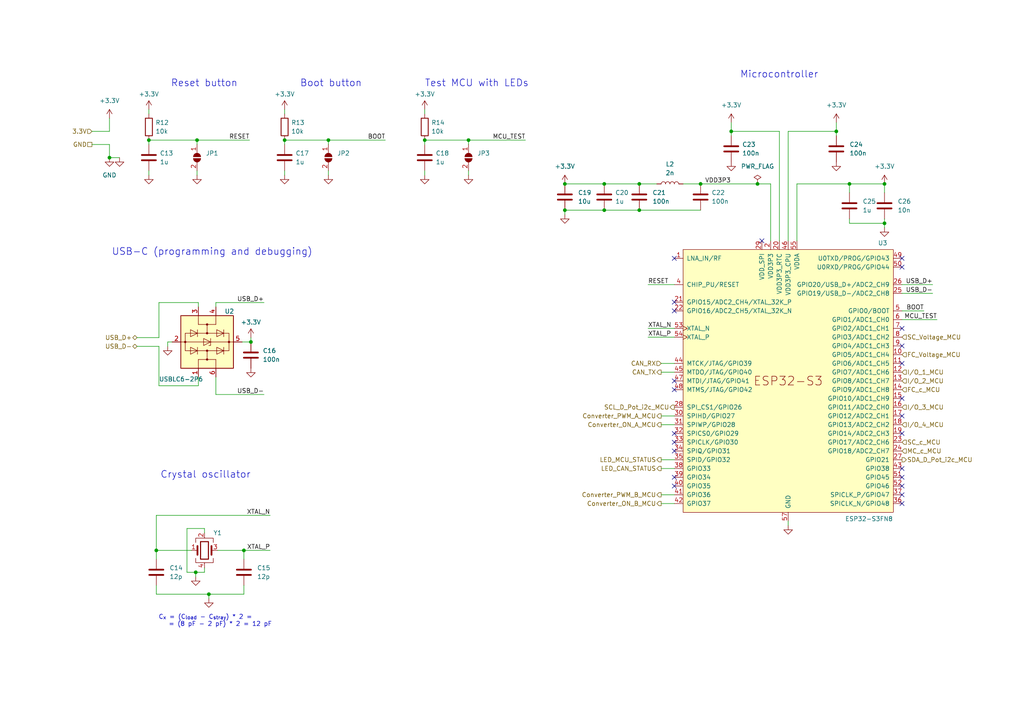
<source format=kicad_sch>
(kicad_sch
	(version 20231120)
	(generator "eeschema")
	(generator_version "8.0")
	(uuid "6e2ecb38-bbec-4efc-bc2e-8e5e330f55bf")
	(paper "A4")
	(title_block
		(title "Fuel Cell Control Unit  (FCCU)")
		(date "2024-01-24")
		(company "Hydrogreen Pollub")
	)
	(lib_symbols
		(symbol "Device:C"
			(pin_numbers hide)
			(pin_names
				(offset 0.254)
			)
			(exclude_from_sim no)
			(in_bom yes)
			(on_board yes)
			(property "Reference" "C"
				(at 0.635 2.54 0)
				(effects
					(font
						(size 1.27 1.27)
					)
					(justify left)
				)
			)
			(property "Value" "C"
				(at 0.635 -2.54 0)
				(effects
					(font
						(size 1.27 1.27)
					)
					(justify left)
				)
			)
			(property "Footprint" ""
				(at 0.9652 -3.81 0)
				(effects
					(font
						(size 1.27 1.27)
					)
					(hide yes)
				)
			)
			(property "Datasheet" "~"
				(at 0 0 0)
				(effects
					(font
						(size 1.27 1.27)
					)
					(hide yes)
				)
			)
			(property "Description" "Unpolarized capacitor"
				(at 0 0 0)
				(effects
					(font
						(size 1.27 1.27)
					)
					(hide yes)
				)
			)
			(property "ki_keywords" "cap capacitor"
				(at 0 0 0)
				(effects
					(font
						(size 1.27 1.27)
					)
					(hide yes)
				)
			)
			(property "ki_fp_filters" "C_*"
				(at 0 0 0)
				(effects
					(font
						(size 1.27 1.27)
					)
					(hide yes)
				)
			)
			(symbol "C_0_1"
				(polyline
					(pts
						(xy -2.032 -0.762) (xy 2.032 -0.762)
					)
					(stroke
						(width 0.508)
						(type default)
					)
					(fill
						(type none)
					)
				)
				(polyline
					(pts
						(xy -2.032 0.762) (xy 2.032 0.762)
					)
					(stroke
						(width 0.508)
						(type default)
					)
					(fill
						(type none)
					)
				)
			)
			(symbol "C_1_1"
				(pin passive line
					(at 0 3.81 270)
					(length 2.794)
					(name "~"
						(effects
							(font
								(size 1.27 1.27)
							)
						)
					)
					(number "1"
						(effects
							(font
								(size 1.27 1.27)
							)
						)
					)
				)
				(pin passive line
					(at 0 -3.81 90)
					(length 2.794)
					(name "~"
						(effects
							(font
								(size 1.27 1.27)
							)
						)
					)
					(number "2"
						(effects
							(font
								(size 1.27 1.27)
							)
						)
					)
				)
			)
		)
		(symbol "Device:Crystal_GND24"
			(pin_names
				(offset 1.016) hide)
			(exclude_from_sim no)
			(in_bom yes)
			(on_board yes)
			(property "Reference" "Y"
				(at 3.175 5.08 0)
				(effects
					(font
						(size 1.27 1.27)
					)
					(justify left)
				)
			)
			(property "Value" "Crystal_GND24"
				(at 3.175 3.175 0)
				(effects
					(font
						(size 1.27 1.27)
					)
					(justify left)
				)
			)
			(property "Footprint" ""
				(at 0 0 0)
				(effects
					(font
						(size 1.27 1.27)
					)
					(hide yes)
				)
			)
			(property "Datasheet" "~"
				(at 0 0 0)
				(effects
					(font
						(size 1.27 1.27)
					)
					(hide yes)
				)
			)
			(property "Description" "Four pin crystal, GND on pins 2 and 4"
				(at 0 0 0)
				(effects
					(font
						(size 1.27 1.27)
					)
					(hide yes)
				)
			)
			(property "ki_keywords" "quartz ceramic resonator oscillator"
				(at 0 0 0)
				(effects
					(font
						(size 1.27 1.27)
					)
					(hide yes)
				)
			)
			(property "ki_fp_filters" "Crystal*"
				(at 0 0 0)
				(effects
					(font
						(size 1.27 1.27)
					)
					(hide yes)
				)
			)
			(symbol "Crystal_GND24_0_1"
				(rectangle
					(start -1.143 2.54)
					(end 1.143 -2.54)
					(stroke
						(width 0.3048)
						(type default)
					)
					(fill
						(type none)
					)
				)
				(polyline
					(pts
						(xy -2.54 0) (xy -2.032 0)
					)
					(stroke
						(width 0)
						(type default)
					)
					(fill
						(type none)
					)
				)
				(polyline
					(pts
						(xy -2.032 -1.27) (xy -2.032 1.27)
					)
					(stroke
						(width 0.508)
						(type default)
					)
					(fill
						(type none)
					)
				)
				(polyline
					(pts
						(xy 0 -3.81) (xy 0 -3.556)
					)
					(stroke
						(width 0)
						(type default)
					)
					(fill
						(type none)
					)
				)
				(polyline
					(pts
						(xy 0 3.556) (xy 0 3.81)
					)
					(stroke
						(width 0)
						(type default)
					)
					(fill
						(type none)
					)
				)
				(polyline
					(pts
						(xy 2.032 -1.27) (xy 2.032 1.27)
					)
					(stroke
						(width 0.508)
						(type default)
					)
					(fill
						(type none)
					)
				)
				(polyline
					(pts
						(xy 2.032 0) (xy 2.54 0)
					)
					(stroke
						(width 0)
						(type default)
					)
					(fill
						(type none)
					)
				)
				(polyline
					(pts
						(xy -2.54 -2.286) (xy -2.54 -3.556) (xy 2.54 -3.556) (xy 2.54 -2.286)
					)
					(stroke
						(width 0)
						(type default)
					)
					(fill
						(type none)
					)
				)
				(polyline
					(pts
						(xy -2.54 2.286) (xy -2.54 3.556) (xy 2.54 3.556) (xy 2.54 2.286)
					)
					(stroke
						(width 0)
						(type default)
					)
					(fill
						(type none)
					)
				)
			)
			(symbol "Crystal_GND24_1_1"
				(pin passive line
					(at -3.81 0 0)
					(length 1.27)
					(name "1"
						(effects
							(font
								(size 1.27 1.27)
							)
						)
					)
					(number "1"
						(effects
							(font
								(size 1.27 1.27)
							)
						)
					)
				)
				(pin passive line
					(at 0 5.08 270)
					(length 1.27)
					(name "2"
						(effects
							(font
								(size 1.27 1.27)
							)
						)
					)
					(number "2"
						(effects
							(font
								(size 1.27 1.27)
							)
						)
					)
				)
				(pin passive line
					(at 3.81 0 180)
					(length 1.27)
					(name "3"
						(effects
							(font
								(size 1.27 1.27)
							)
						)
					)
					(number "3"
						(effects
							(font
								(size 1.27 1.27)
							)
						)
					)
				)
				(pin passive line
					(at 0 -5.08 90)
					(length 1.27)
					(name "4"
						(effects
							(font
								(size 1.27 1.27)
							)
						)
					)
					(number "4"
						(effects
							(font
								(size 1.27 1.27)
							)
						)
					)
				)
			)
		)
		(symbol "Device:L"
			(pin_numbers hide)
			(pin_names
				(offset 1.016) hide)
			(exclude_from_sim no)
			(in_bom yes)
			(on_board yes)
			(property "Reference" "L"
				(at -1.27 0 90)
				(effects
					(font
						(size 1.27 1.27)
					)
				)
			)
			(property "Value" "L"
				(at 1.905 0 90)
				(effects
					(font
						(size 1.27 1.27)
					)
				)
			)
			(property "Footprint" ""
				(at 0 0 0)
				(effects
					(font
						(size 1.27 1.27)
					)
					(hide yes)
				)
			)
			(property "Datasheet" "~"
				(at 0 0 0)
				(effects
					(font
						(size 1.27 1.27)
					)
					(hide yes)
				)
			)
			(property "Description" "Inductor"
				(at 0 0 0)
				(effects
					(font
						(size 1.27 1.27)
					)
					(hide yes)
				)
			)
			(property "ki_keywords" "inductor choke coil reactor magnetic"
				(at 0 0 0)
				(effects
					(font
						(size 1.27 1.27)
					)
					(hide yes)
				)
			)
			(property "ki_fp_filters" "Choke_* *Coil* Inductor_* L_*"
				(at 0 0 0)
				(effects
					(font
						(size 1.27 1.27)
					)
					(hide yes)
				)
			)
			(symbol "L_0_1"
				(arc
					(start 0 -2.54)
					(mid 0.6323 -1.905)
					(end 0 -1.27)
					(stroke
						(width 0)
						(type default)
					)
					(fill
						(type none)
					)
				)
				(arc
					(start 0 -1.27)
					(mid 0.6323 -0.635)
					(end 0 0)
					(stroke
						(width 0)
						(type default)
					)
					(fill
						(type none)
					)
				)
				(arc
					(start 0 0)
					(mid 0.6323 0.635)
					(end 0 1.27)
					(stroke
						(width 0)
						(type default)
					)
					(fill
						(type none)
					)
				)
				(arc
					(start 0 1.27)
					(mid 0.6323 1.905)
					(end 0 2.54)
					(stroke
						(width 0)
						(type default)
					)
					(fill
						(type none)
					)
				)
			)
			(symbol "L_1_1"
				(pin passive line
					(at 0 3.81 270)
					(length 1.27)
					(name "1"
						(effects
							(font
								(size 1.27 1.27)
							)
						)
					)
					(number "1"
						(effects
							(font
								(size 1.27 1.27)
							)
						)
					)
				)
				(pin passive line
					(at 0 -3.81 90)
					(length 1.27)
					(name "2"
						(effects
							(font
								(size 1.27 1.27)
							)
						)
					)
					(number "2"
						(effects
							(font
								(size 1.27 1.27)
							)
						)
					)
				)
			)
		)
		(symbol "Device:R"
			(pin_numbers hide)
			(pin_names
				(offset 0)
			)
			(exclude_from_sim no)
			(in_bom yes)
			(on_board yes)
			(property "Reference" "R"
				(at 2.032 0 90)
				(effects
					(font
						(size 1.27 1.27)
					)
				)
			)
			(property "Value" "R"
				(at 0 0 90)
				(effects
					(font
						(size 1.27 1.27)
					)
				)
			)
			(property "Footprint" ""
				(at -1.778 0 90)
				(effects
					(font
						(size 1.27 1.27)
					)
					(hide yes)
				)
			)
			(property "Datasheet" "~"
				(at 0 0 0)
				(effects
					(font
						(size 1.27 1.27)
					)
					(hide yes)
				)
			)
			(property "Description" "Resistor"
				(at 0 0 0)
				(effects
					(font
						(size 1.27 1.27)
					)
					(hide yes)
				)
			)
			(property "ki_keywords" "R res resistor"
				(at 0 0 0)
				(effects
					(font
						(size 1.27 1.27)
					)
					(hide yes)
				)
			)
			(property "ki_fp_filters" "R_*"
				(at 0 0 0)
				(effects
					(font
						(size 1.27 1.27)
					)
					(hide yes)
				)
			)
			(symbol "R_0_1"
				(rectangle
					(start -1.016 -2.54)
					(end 1.016 2.54)
					(stroke
						(width 0.254)
						(type default)
					)
					(fill
						(type none)
					)
				)
			)
			(symbol "R_1_1"
				(pin passive line
					(at 0 3.81 270)
					(length 1.27)
					(name "~"
						(effects
							(font
								(size 1.27 1.27)
							)
						)
					)
					(number "1"
						(effects
							(font
								(size 1.27 1.27)
							)
						)
					)
				)
				(pin passive line
					(at 0 -3.81 90)
					(length 1.27)
					(name "~"
						(effects
							(font
								(size 1.27 1.27)
							)
						)
					)
					(number "2"
						(effects
							(font
								(size 1.27 1.27)
							)
						)
					)
				)
			)
		)
		(symbol "Jumper:SolderJumper_2_Open"
			(pin_names
				(offset 0) hide)
			(exclude_from_sim no)
			(in_bom yes)
			(on_board yes)
			(property "Reference" "JP"
				(at 0 2.032 0)
				(effects
					(font
						(size 1.27 1.27)
					)
				)
			)
			(property "Value" "SolderJumper_2_Open"
				(at 0 -2.54 0)
				(effects
					(font
						(size 1.27 1.27)
					)
				)
			)
			(property "Footprint" ""
				(at 0 0 0)
				(effects
					(font
						(size 1.27 1.27)
					)
					(hide yes)
				)
			)
			(property "Datasheet" "~"
				(at 0 0 0)
				(effects
					(font
						(size 1.27 1.27)
					)
					(hide yes)
				)
			)
			(property "Description" "Solder Jumper, 2-pole, open"
				(at 0 0 0)
				(effects
					(font
						(size 1.27 1.27)
					)
					(hide yes)
				)
			)
			(property "ki_keywords" "solder jumper SPST"
				(at 0 0 0)
				(effects
					(font
						(size 1.27 1.27)
					)
					(hide yes)
				)
			)
			(property "ki_fp_filters" "SolderJumper*Open*"
				(at 0 0 0)
				(effects
					(font
						(size 1.27 1.27)
					)
					(hide yes)
				)
			)
			(symbol "SolderJumper_2_Open_0_1"
				(arc
					(start -0.254 1.016)
					(mid -1.2656 0)
					(end -0.254 -1.016)
					(stroke
						(width 0)
						(type default)
					)
					(fill
						(type none)
					)
				)
				(arc
					(start -0.254 1.016)
					(mid -1.2656 0)
					(end -0.254 -1.016)
					(stroke
						(width 0)
						(type default)
					)
					(fill
						(type outline)
					)
				)
				(polyline
					(pts
						(xy -0.254 1.016) (xy -0.254 -1.016)
					)
					(stroke
						(width 0)
						(type default)
					)
					(fill
						(type none)
					)
				)
				(polyline
					(pts
						(xy 0.254 1.016) (xy 0.254 -1.016)
					)
					(stroke
						(width 0)
						(type default)
					)
					(fill
						(type none)
					)
				)
				(arc
					(start 0.254 -1.016)
					(mid 1.2656 0)
					(end 0.254 1.016)
					(stroke
						(width 0)
						(type default)
					)
					(fill
						(type none)
					)
				)
				(arc
					(start 0.254 -1.016)
					(mid 1.2656 0)
					(end 0.254 1.016)
					(stroke
						(width 0)
						(type default)
					)
					(fill
						(type outline)
					)
				)
			)
			(symbol "SolderJumper_2_Open_1_1"
				(pin passive line
					(at -3.81 0 0)
					(length 2.54)
					(name "A"
						(effects
							(font
								(size 1.27 1.27)
							)
						)
					)
					(number "1"
						(effects
							(font
								(size 1.27 1.27)
							)
						)
					)
				)
				(pin passive line
					(at 3.81 0 180)
					(length 2.54)
					(name "B"
						(effects
							(font
								(size 1.27 1.27)
							)
						)
					)
					(number "2"
						(effects
							(font
								(size 1.27 1.27)
							)
						)
					)
				)
			)
		)
		(symbol "PCM_Espressif:ESP32-S3"
			(pin_names
				(offset 1.016)
			)
			(exclude_from_sim no)
			(in_bom yes)
			(on_board yes)
			(property "Reference" "U"
				(at -30.48 43.18 0)
				(effects
					(font
						(size 1.27 1.27)
					)
					(justify left)
				)
			)
			(property "Value" "ESP32-S3"
				(at -30.48 40.64 0)
				(effects
					(font
						(size 1.27 1.27)
					)
					(justify left)
				)
			)
			(property "Footprint" "Package_DFN_QFN:QFN-56-1EP_7x7mm_P0.4mm_EP5.6x5.6mm"
				(at 0 -48.26 0)
				(effects
					(font
						(size 1.27 1.27)
					)
					(hide yes)
				)
			)
			(property "Datasheet" "https://www.espressif.com/sites/default/files/documentation/esp32-s3_datasheet_en.pdf"
				(at 0 -50.8 0)
				(effects
					(font
						(size 1.27 1.27)
					)
					(hide yes)
				)
			)
			(property "Description" "ESP32-S3 is a low-power MCU-based system-on-chip (SoC) that supports 2.4 GHz Wi-Fi and Bluetooth® Low Energy (Bluetooth LE). It consists of high-performance dual-core microprocessor (Xtensa® 32-bit LX7), a low power coprocessor, a Wi-Fi baseband, a Bluetooth LE baseband, RF module, and peripherals."
				(at 0 0 0)
				(effects
					(font
						(size 1.27 1.27)
					)
					(hide yes)
				)
			)
			(symbol "ESP32-S3_0_0"
				(text "ESP32-S3"
					(at 0 0 0)
					(effects
						(font
							(size 2.54 2.54)
						)
					)
				)
				(pin bidirectional line
					(at 33.02 -35.56 180)
					(length 2.54)
					(name "SPICLK_N/GPIO48"
						(effects
							(font
								(size 1.27 1.27)
							)
						)
					)
					(number "36"
						(effects
							(font
								(size 1.27 1.27)
							)
						)
					)
				)
				(pin bidirectional line
					(at 33.02 -33.02 180)
					(length 2.54)
					(name "SPICLK_P/GPIO47"
						(effects
							(font
								(size 1.27 1.27)
							)
						)
					)
					(number "37"
						(effects
							(font
								(size 1.27 1.27)
							)
						)
					)
				)
			)
			(symbol "ESP32-S3_0_1"
				(rectangle
					(start -30.48 38.1)
					(end 30.48 -38.1)
					(stroke
						(width 0)
						(type default)
					)
					(fill
						(type background)
					)
				)
			)
			(symbol "ESP32-S3_1_1"
				(pin bidirectional line
					(at -33.02 35.56 0)
					(length 2.54)
					(name "LNA_IN/RF"
						(effects
							(font
								(size 1.27 1.27)
							)
						)
					)
					(number "1"
						(effects
							(font
								(size 1.27 1.27)
							)
						)
					)
				)
				(pin bidirectional line
					(at 33.02 7.62 180)
					(length 2.54)
					(name "GPIO5/ADC1_CH4"
						(effects
							(font
								(size 1.27 1.27)
							)
						)
					)
					(number "10"
						(effects
							(font
								(size 1.27 1.27)
							)
						)
					)
				)
				(pin bidirectional line
					(at 33.02 5.08 180)
					(length 2.54)
					(name "GPIO6/ADC1_CH5"
						(effects
							(font
								(size 1.27 1.27)
							)
						)
					)
					(number "11"
						(effects
							(font
								(size 1.27 1.27)
							)
						)
					)
				)
				(pin bidirectional line
					(at 33.02 2.54 180)
					(length 2.54)
					(name "GPIO7/ADC1_CH6"
						(effects
							(font
								(size 1.27 1.27)
							)
						)
					)
					(number "12"
						(effects
							(font
								(size 1.27 1.27)
							)
						)
					)
				)
				(pin bidirectional line
					(at 33.02 0 180)
					(length 2.54)
					(name "GPIO8/ADC1_CH7"
						(effects
							(font
								(size 1.27 1.27)
							)
						)
					)
					(number "13"
						(effects
							(font
								(size 1.27 1.27)
							)
						)
					)
				)
				(pin bidirectional line
					(at 33.02 -2.54 180)
					(length 2.54)
					(name "GPIO9/ADC1_CH8"
						(effects
							(font
								(size 1.27 1.27)
							)
						)
					)
					(number "14"
						(effects
							(font
								(size 1.27 1.27)
							)
						)
					)
				)
				(pin bidirectional line
					(at 33.02 -5.08 180)
					(length 2.54)
					(name "GPIO10/ADC1_CH9"
						(effects
							(font
								(size 1.27 1.27)
							)
						)
					)
					(number "15"
						(effects
							(font
								(size 1.27 1.27)
							)
						)
					)
				)
				(pin bidirectional line
					(at 33.02 -7.62 180)
					(length 2.54)
					(name "GPIO11/ADC2_CH0"
						(effects
							(font
								(size 1.27 1.27)
							)
						)
					)
					(number "16"
						(effects
							(font
								(size 1.27 1.27)
							)
						)
					)
				)
				(pin bidirectional line
					(at 33.02 -10.16 180)
					(length 2.54)
					(name "GPIO12/ADC2_CH1"
						(effects
							(font
								(size 1.27 1.27)
							)
						)
					)
					(number "17"
						(effects
							(font
								(size 1.27 1.27)
							)
						)
					)
				)
				(pin bidirectional line
					(at 33.02 -12.7 180)
					(length 2.54)
					(name "GPIO13/ADC2_CH2"
						(effects
							(font
								(size 1.27 1.27)
							)
						)
					)
					(number "18"
						(effects
							(font
								(size 1.27 1.27)
							)
						)
					)
				)
				(pin bidirectional line
					(at 33.02 -15.24 180)
					(length 2.54)
					(name "GPIO14/ADC2_CH3"
						(effects
							(font
								(size 1.27 1.27)
							)
						)
					)
					(number "19"
						(effects
							(font
								(size 1.27 1.27)
							)
						)
					)
				)
				(pin power_in line
					(at -5.08 40.64 270)
					(length 2.54)
					(name "VDD3P3"
						(effects
							(font
								(size 1.27 1.27)
							)
						)
					)
					(number "2"
						(effects
							(font
								(size 1.27 1.27)
							)
						)
					)
				)
				(pin power_in line
					(at -2.54 40.64 270)
					(length 2.54)
					(name "VDD3P3_RTC"
						(effects
							(font
								(size 1.27 1.27)
							)
						)
					)
					(number "20"
						(effects
							(font
								(size 1.27 1.27)
							)
						)
					)
				)
				(pin bidirectional line
					(at -33.02 22.86 0)
					(length 2.54)
					(name "GPIO15/ADC2_CH4/XTAL_32K_P"
						(effects
							(font
								(size 1.27 1.27)
							)
						)
					)
					(number "21"
						(effects
							(font
								(size 1.27 1.27)
							)
						)
					)
				)
				(pin bidirectional line
					(at -33.02 20.32 0)
					(length 2.54)
					(name "GPIO16/ADC2_CH5/XTAL_32K_N"
						(effects
							(font
								(size 1.27 1.27)
							)
						)
					)
					(number "22"
						(effects
							(font
								(size 1.27 1.27)
							)
						)
					)
				)
				(pin bidirectional line
					(at 33.02 -17.78 180)
					(length 2.54)
					(name "GPIO17/ADC2_CH6"
						(effects
							(font
								(size 1.27 1.27)
							)
						)
					)
					(number "23"
						(effects
							(font
								(size 1.27 1.27)
							)
						)
					)
				)
				(pin bidirectional line
					(at 33.02 -20.32 180)
					(length 2.54)
					(name "GPIO18/ADC2_CH7"
						(effects
							(font
								(size 1.27 1.27)
							)
						)
					)
					(number "24"
						(effects
							(font
								(size 1.27 1.27)
							)
						)
					)
				)
				(pin bidirectional line
					(at 33.02 25.4 180)
					(length 2.54)
					(name "GPIO19/USB_D-/ADC2_CH8"
						(effects
							(font
								(size 1.27 1.27)
							)
						)
					)
					(number "25"
						(effects
							(font
								(size 1.27 1.27)
							)
						)
					)
				)
				(pin bidirectional line
					(at 33.02 27.94 180)
					(length 2.54)
					(name "GPIO20/USB_D+/ADC2_CH9"
						(effects
							(font
								(size 1.27 1.27)
							)
						)
					)
					(number "26"
						(effects
							(font
								(size 1.27 1.27)
							)
						)
					)
				)
				(pin bidirectional line
					(at 33.02 -22.86 180)
					(length 2.54)
					(name "GPIO21"
						(effects
							(font
								(size 1.27 1.27)
							)
						)
					)
					(number "27"
						(effects
							(font
								(size 1.27 1.27)
							)
						)
					)
				)
				(pin bidirectional line
					(at -33.02 -7.62 0)
					(length 2.54)
					(name "SPI_CS1/GPIO26"
						(effects
							(font
								(size 1.27 1.27)
							)
						)
					)
					(number "28"
						(effects
							(font
								(size 1.27 1.27)
							)
						)
					)
				)
				(pin power_out line
					(at -7.62 40.64 270)
					(length 2.54)
					(name "VDD_SPI"
						(effects
							(font
								(size 1.27 1.27)
							)
						)
					)
					(number "29"
						(effects
							(font
								(size 1.27 1.27)
							)
						)
					)
				)
				(pin power_in line
					(at -5.08 40.64 270)
					(length 2.54) hide
					(name "VDD3P3"
						(effects
							(font
								(size 1.27 1.27)
							)
						)
					)
					(number "3"
						(effects
							(font
								(size 1.27 1.27)
							)
						)
					)
				)
				(pin bidirectional line
					(at -33.02 -10.16 0)
					(length 2.54)
					(name "SPIHD/GPIO27"
						(effects
							(font
								(size 1.27 1.27)
							)
						)
					)
					(number "30"
						(effects
							(font
								(size 1.27 1.27)
							)
						)
					)
				)
				(pin bidirectional line
					(at -33.02 -12.7 0)
					(length 2.54)
					(name "SPIWP/GPIO28"
						(effects
							(font
								(size 1.27 1.27)
							)
						)
					)
					(number "31"
						(effects
							(font
								(size 1.27 1.27)
							)
						)
					)
				)
				(pin bidirectional line
					(at -33.02 -15.24 0)
					(length 2.54)
					(name "SPICS0/GPIO29"
						(effects
							(font
								(size 1.27 1.27)
							)
						)
					)
					(number "32"
						(effects
							(font
								(size 1.27 1.27)
							)
						)
					)
				)
				(pin bidirectional line
					(at -33.02 -17.78 0)
					(length 2.54)
					(name "SPICLK/GPIO30"
						(effects
							(font
								(size 1.27 1.27)
							)
						)
					)
					(number "33"
						(effects
							(font
								(size 1.27 1.27)
							)
						)
					)
				)
				(pin bidirectional line
					(at -33.02 -20.32 0)
					(length 2.54)
					(name "SPIQ/GPIO31"
						(effects
							(font
								(size 1.27 1.27)
							)
						)
					)
					(number "34"
						(effects
							(font
								(size 1.27 1.27)
							)
						)
					)
				)
				(pin bidirectional line
					(at -33.02 -22.86 0)
					(length 2.54)
					(name "SPID/GPIO32"
						(effects
							(font
								(size 1.27 1.27)
							)
						)
					)
					(number "35"
						(effects
							(font
								(size 1.27 1.27)
							)
						)
					)
				)
				(pin bidirectional line
					(at -33.02 -25.4 0)
					(length 2.54)
					(name "GPIO33"
						(effects
							(font
								(size 1.27 1.27)
							)
						)
					)
					(number "38"
						(effects
							(font
								(size 1.27 1.27)
							)
						)
					)
				)
				(pin bidirectional line
					(at -33.02 -27.94 0)
					(length 2.54)
					(name "GPIO34"
						(effects
							(font
								(size 1.27 1.27)
							)
						)
					)
					(number "39"
						(effects
							(font
								(size 1.27 1.27)
							)
						)
					)
				)
				(pin input line
					(at -33.02 27.94 0)
					(length 2.54)
					(name "CHIP_PU/RESET"
						(effects
							(font
								(size 1.27 1.27)
							)
						)
					)
					(number "4"
						(effects
							(font
								(size 1.27 1.27)
							)
						)
					)
				)
				(pin bidirectional line
					(at -33.02 -30.48 0)
					(length 2.54)
					(name "GPIO35"
						(effects
							(font
								(size 1.27 1.27)
							)
						)
					)
					(number "40"
						(effects
							(font
								(size 1.27 1.27)
							)
						)
					)
				)
				(pin bidirectional line
					(at -33.02 -33.02 0)
					(length 2.54)
					(name "GPIO36"
						(effects
							(font
								(size 1.27 1.27)
							)
						)
					)
					(number "41"
						(effects
							(font
								(size 1.27 1.27)
							)
						)
					)
				)
				(pin bidirectional line
					(at -33.02 -35.56 0)
					(length 2.54)
					(name "GPIO37"
						(effects
							(font
								(size 1.27 1.27)
							)
						)
					)
					(number "42"
						(effects
							(font
								(size 1.27 1.27)
							)
						)
					)
				)
				(pin bidirectional line
					(at 33.02 -25.4 180)
					(length 2.54)
					(name "GPIO38"
						(effects
							(font
								(size 1.27 1.27)
							)
						)
					)
					(number "43"
						(effects
							(font
								(size 1.27 1.27)
							)
						)
					)
				)
				(pin bidirectional line
					(at -33.02 5.08 0)
					(length 2.54)
					(name "MTCK/JTAG/GPIO39"
						(effects
							(font
								(size 1.27 1.27)
							)
						)
					)
					(number "44"
						(effects
							(font
								(size 1.27 1.27)
							)
						)
					)
				)
				(pin bidirectional line
					(at -33.02 2.54 0)
					(length 2.54)
					(name "MTDO/JTAG/GPIO40"
						(effects
							(font
								(size 1.27 1.27)
							)
						)
					)
					(number "45"
						(effects
							(font
								(size 1.27 1.27)
							)
						)
					)
				)
				(pin power_in line
					(at 0 40.64 270)
					(length 2.54)
					(name "VDD3P3_CPU"
						(effects
							(font
								(size 1.27 1.27)
							)
						)
					)
					(number "46"
						(effects
							(font
								(size 1.27 1.27)
							)
						)
					)
				)
				(pin bidirectional line
					(at -33.02 0 0)
					(length 2.54)
					(name "MTDI/JTAG/GPIO41"
						(effects
							(font
								(size 1.27 1.27)
							)
						)
					)
					(number "47"
						(effects
							(font
								(size 1.27 1.27)
							)
						)
					)
				)
				(pin bidirectional line
					(at -33.02 -2.54 0)
					(length 2.54)
					(name "MTMS/JTAG/GPIO42"
						(effects
							(font
								(size 1.27 1.27)
							)
						)
					)
					(number "48"
						(effects
							(font
								(size 1.27 1.27)
							)
						)
					)
				)
				(pin bidirectional line
					(at 33.02 35.56 180)
					(length 2.54)
					(name "U0TXD/PROG/GPIO43"
						(effects
							(font
								(size 1.27 1.27)
							)
						)
					)
					(number "49"
						(effects
							(font
								(size 1.27 1.27)
							)
						)
					)
				)
				(pin bidirectional line
					(at 33.02 20.32 180)
					(length 2.54)
					(name "GPIO0/BOOT"
						(effects
							(font
								(size 1.27 1.27)
							)
						)
					)
					(number "5"
						(effects
							(font
								(size 1.27 1.27)
							)
						)
					)
				)
				(pin bidirectional line
					(at 33.02 33.02 180)
					(length 2.54)
					(name "U0RXD/PROG/GPIO44"
						(effects
							(font
								(size 1.27 1.27)
							)
						)
					)
					(number "50"
						(effects
							(font
								(size 1.27 1.27)
							)
						)
					)
				)
				(pin bidirectional line
					(at 33.02 -27.94 180)
					(length 2.54)
					(name "GPIO45"
						(effects
							(font
								(size 1.27 1.27)
							)
						)
					)
					(number "51"
						(effects
							(font
								(size 1.27 1.27)
							)
						)
					)
				)
				(pin bidirectional line
					(at 33.02 -30.48 180)
					(length 2.54)
					(name "GPIO46"
						(effects
							(font
								(size 1.27 1.27)
							)
						)
					)
					(number "52"
						(effects
							(font
								(size 1.27 1.27)
							)
						)
					)
				)
				(pin input clock
					(at -33.02 15.24 0)
					(length 2.54)
					(name "XTAL_N"
						(effects
							(font
								(size 1.27 1.27)
							)
						)
					)
					(number "53"
						(effects
							(font
								(size 1.27 1.27)
							)
						)
					)
				)
				(pin output clock
					(at -33.02 12.7 0)
					(length 2.54)
					(name "XTAL_P"
						(effects
							(font
								(size 1.27 1.27)
							)
						)
					)
					(number "54"
						(effects
							(font
								(size 1.27 1.27)
							)
						)
					)
				)
				(pin power_in line
					(at 2.54 40.64 270)
					(length 2.54)
					(name "VDDA"
						(effects
							(font
								(size 1.27 1.27)
							)
						)
					)
					(number "55"
						(effects
							(font
								(size 1.27 1.27)
							)
						)
					)
				)
				(pin passive line
					(at 2.54 40.64 270)
					(length 2.54) hide
					(name "VDDA"
						(effects
							(font
								(size 1.27 1.27)
							)
						)
					)
					(number "56"
						(effects
							(font
								(size 1.27 1.27)
							)
						)
					)
				)
				(pin power_in line
					(at 0 -40.64 90)
					(length 2.54)
					(name "GND"
						(effects
							(font
								(size 1.27 1.27)
							)
						)
					)
					(number "57"
						(effects
							(font
								(size 1.27 1.27)
							)
						)
					)
				)
				(pin bidirectional line
					(at 33.02 17.78 180)
					(length 2.54)
					(name "GPIO1/ADC1_CH0"
						(effects
							(font
								(size 1.27 1.27)
							)
						)
					)
					(number "6"
						(effects
							(font
								(size 1.27 1.27)
							)
						)
					)
				)
				(pin bidirectional line
					(at 33.02 15.24 180)
					(length 2.54)
					(name "GPIO2/ADC1_CH1"
						(effects
							(font
								(size 1.27 1.27)
							)
						)
					)
					(number "7"
						(effects
							(font
								(size 1.27 1.27)
							)
						)
					)
				)
				(pin bidirectional line
					(at 33.02 12.7 180)
					(length 2.54)
					(name "GPIO3/ADC1_CH2"
						(effects
							(font
								(size 1.27 1.27)
							)
						)
					)
					(number "8"
						(effects
							(font
								(size 1.27 1.27)
							)
						)
					)
				)
				(pin bidirectional line
					(at 33.02 10.16 180)
					(length 2.54)
					(name "GPIO4/ADC1_CH3"
						(effects
							(font
								(size 1.27 1.27)
							)
						)
					)
					(number "9"
						(effects
							(font
								(size 1.27 1.27)
							)
						)
					)
				)
			)
		)
		(symbol "Power_Protection:USBLC6-2P6"
			(pin_names hide)
			(exclude_from_sim no)
			(in_bom yes)
			(on_board yes)
			(property "Reference" "U"
				(at 2.54 8.89 0)
				(effects
					(font
						(size 1.27 1.27)
					)
					(justify left)
				)
			)
			(property "Value" "USBLC6-2P6"
				(at 2.54 -8.89 0)
				(effects
					(font
						(size 1.27 1.27)
					)
					(justify left)
				)
			)
			(property "Footprint" "Package_TO_SOT_SMD:SOT-666"
				(at 0 -12.7 0)
				(effects
					(font
						(size 1.27 1.27)
					)
					(hide yes)
				)
			)
			(property "Datasheet" "https://www.st.com/resource/en/datasheet/usblc6-2.pdf"
				(at 5.08 8.89 0)
				(effects
					(font
						(size 1.27 1.27)
					)
					(hide yes)
				)
			)
			(property "Description" "Very low capacitance ESD protection diode, 2 data-line, SOT-666"
				(at 0 0 0)
				(effects
					(font
						(size 1.27 1.27)
					)
					(hide yes)
				)
			)
			(property "ki_keywords" "usb ethernet video"
				(at 0 0 0)
				(effects
					(font
						(size 1.27 1.27)
					)
					(hide yes)
				)
			)
			(property "ki_fp_filters" "SOT?666*"
				(at 0 0 0)
				(effects
					(font
						(size 1.27 1.27)
					)
					(hide yes)
				)
			)
			(symbol "USBLC6-2P6_0_1"
				(rectangle
					(start -7.62 -7.62)
					(end 7.62 7.62)
					(stroke
						(width 0.254)
						(type default)
					)
					(fill
						(type background)
					)
				)
				(circle
					(center -5.08 0)
					(radius 0.254)
					(stroke
						(width 0)
						(type default)
					)
					(fill
						(type outline)
					)
				)
				(circle
					(center -2.54 0)
					(radius 0.254)
					(stroke
						(width 0)
						(type default)
					)
					(fill
						(type outline)
					)
				)
				(rectangle
					(start -2.54 6.35)
					(end 2.54 -6.35)
					(stroke
						(width 0)
						(type default)
					)
					(fill
						(type none)
					)
				)
				(circle
					(center 0 -6.35)
					(radius 0.254)
					(stroke
						(width 0)
						(type default)
					)
					(fill
						(type outline)
					)
				)
				(polyline
					(pts
						(xy -5.08 -2.54) (xy -7.62 -2.54)
					)
					(stroke
						(width 0)
						(type default)
					)
					(fill
						(type none)
					)
				)
				(polyline
					(pts
						(xy -5.08 0) (xy -5.08 -2.54)
					)
					(stroke
						(width 0)
						(type default)
					)
					(fill
						(type none)
					)
				)
				(polyline
					(pts
						(xy -5.08 2.54) (xy -7.62 2.54)
					)
					(stroke
						(width 0)
						(type default)
					)
					(fill
						(type none)
					)
				)
				(polyline
					(pts
						(xy -1.524 -2.794) (xy -3.556 -2.794)
					)
					(stroke
						(width 0)
						(type default)
					)
					(fill
						(type none)
					)
				)
				(polyline
					(pts
						(xy -1.524 4.826) (xy -3.556 4.826)
					)
					(stroke
						(width 0)
						(type default)
					)
					(fill
						(type none)
					)
				)
				(polyline
					(pts
						(xy 0 -7.62) (xy 0 -6.35)
					)
					(stroke
						(width 0)
						(type default)
					)
					(fill
						(type none)
					)
				)
				(polyline
					(pts
						(xy 0 -6.35) (xy 0 1.27)
					)
					(stroke
						(width 0)
						(type default)
					)
					(fill
						(type none)
					)
				)
				(polyline
					(pts
						(xy 0 1.27) (xy 0 6.35)
					)
					(stroke
						(width 0)
						(type default)
					)
					(fill
						(type none)
					)
				)
				(polyline
					(pts
						(xy 0 6.35) (xy 0 7.62)
					)
					(stroke
						(width 0)
						(type default)
					)
					(fill
						(type none)
					)
				)
				(polyline
					(pts
						(xy 1.524 -2.794) (xy 3.556 -2.794)
					)
					(stroke
						(width 0)
						(type default)
					)
					(fill
						(type none)
					)
				)
				(polyline
					(pts
						(xy 1.524 4.826) (xy 3.556 4.826)
					)
					(stroke
						(width 0)
						(type default)
					)
					(fill
						(type none)
					)
				)
				(polyline
					(pts
						(xy 5.08 -2.54) (xy 7.62 -2.54)
					)
					(stroke
						(width 0)
						(type default)
					)
					(fill
						(type none)
					)
				)
				(polyline
					(pts
						(xy 5.08 0) (xy 5.08 -2.54)
					)
					(stroke
						(width 0)
						(type default)
					)
					(fill
						(type none)
					)
				)
				(polyline
					(pts
						(xy 5.08 2.54) (xy 7.62 2.54)
					)
					(stroke
						(width 0)
						(type default)
					)
					(fill
						(type none)
					)
				)
				(polyline
					(pts
						(xy -2.54 0) (xy -5.08 0) (xy -5.08 2.54)
					)
					(stroke
						(width 0)
						(type default)
					)
					(fill
						(type none)
					)
				)
				(polyline
					(pts
						(xy 2.54 0) (xy 5.08 0) (xy 5.08 2.54)
					)
					(stroke
						(width 0)
						(type default)
					)
					(fill
						(type none)
					)
				)
				(polyline
					(pts
						(xy -3.556 -4.826) (xy -1.524 -4.826) (xy -2.54 -2.794) (xy -3.556 -4.826)
					)
					(stroke
						(width 0)
						(type default)
					)
					(fill
						(type none)
					)
				)
				(polyline
					(pts
						(xy -3.556 2.794) (xy -1.524 2.794) (xy -2.54 4.826) (xy -3.556 2.794)
					)
					(stroke
						(width 0)
						(type default)
					)
					(fill
						(type none)
					)
				)
				(polyline
					(pts
						(xy -1.016 -1.016) (xy 1.016 -1.016) (xy 0 1.016) (xy -1.016 -1.016)
					)
					(stroke
						(width 0)
						(type default)
					)
					(fill
						(type none)
					)
				)
				(polyline
					(pts
						(xy 1.016 1.016) (xy 0.762 1.016) (xy -1.016 1.016) (xy -1.016 0.508)
					)
					(stroke
						(width 0)
						(type default)
					)
					(fill
						(type none)
					)
				)
				(polyline
					(pts
						(xy 3.556 -4.826) (xy 1.524 -4.826) (xy 2.54 -2.794) (xy 3.556 -4.826)
					)
					(stroke
						(width 0)
						(type default)
					)
					(fill
						(type none)
					)
				)
				(polyline
					(pts
						(xy 3.556 2.794) (xy 1.524 2.794) (xy 2.54 4.826) (xy 3.556 2.794)
					)
					(stroke
						(width 0)
						(type default)
					)
					(fill
						(type none)
					)
				)
				(circle
					(center 0 6.35)
					(radius 0.254)
					(stroke
						(width 0)
						(type default)
					)
					(fill
						(type outline)
					)
				)
				(circle
					(center 2.54 0)
					(radius 0.254)
					(stroke
						(width 0)
						(type default)
					)
					(fill
						(type outline)
					)
				)
				(circle
					(center 5.08 0)
					(radius 0.254)
					(stroke
						(width 0)
						(type default)
					)
					(fill
						(type outline)
					)
				)
			)
			(symbol "USBLC6-2P6_1_1"
				(pin passive line
					(at -10.16 -2.54 0)
					(length 2.54)
					(name "I/O1"
						(effects
							(font
								(size 1.27 1.27)
							)
						)
					)
					(number "1"
						(effects
							(font
								(size 1.27 1.27)
							)
						)
					)
				)
				(pin passive line
					(at 0 -10.16 90)
					(length 2.54)
					(name "GND"
						(effects
							(font
								(size 1.27 1.27)
							)
						)
					)
					(number "2"
						(effects
							(font
								(size 1.27 1.27)
							)
						)
					)
				)
				(pin passive line
					(at 10.16 -2.54 180)
					(length 2.54)
					(name "I/O2"
						(effects
							(font
								(size 1.27 1.27)
							)
						)
					)
					(number "3"
						(effects
							(font
								(size 1.27 1.27)
							)
						)
					)
				)
				(pin passive line
					(at 10.16 2.54 180)
					(length 2.54)
					(name "I/O2"
						(effects
							(font
								(size 1.27 1.27)
							)
						)
					)
					(number "4"
						(effects
							(font
								(size 1.27 1.27)
							)
						)
					)
				)
				(pin passive line
					(at 0 10.16 270)
					(length 2.54)
					(name "VBUS"
						(effects
							(font
								(size 1.27 1.27)
							)
						)
					)
					(number "5"
						(effects
							(font
								(size 1.27 1.27)
							)
						)
					)
				)
				(pin passive line
					(at -10.16 2.54 0)
					(length 2.54)
					(name "I/O1"
						(effects
							(font
								(size 1.27 1.27)
							)
						)
					)
					(number "6"
						(effects
							(font
								(size 1.27 1.27)
							)
						)
					)
				)
			)
		)
		(symbol "power:+3.3V"
			(power)
			(pin_names
				(offset 0)
			)
			(exclude_from_sim no)
			(in_bom yes)
			(on_board yes)
			(property "Reference" "#PWR"
				(at 0 -3.81 0)
				(effects
					(font
						(size 1.27 1.27)
					)
					(hide yes)
				)
			)
			(property "Value" "+3.3V"
				(at 0 3.556 0)
				(effects
					(font
						(size 1.27 1.27)
					)
				)
			)
			(property "Footprint" ""
				(at 0 0 0)
				(effects
					(font
						(size 1.27 1.27)
					)
					(hide yes)
				)
			)
			(property "Datasheet" ""
				(at 0 0 0)
				(effects
					(font
						(size 1.27 1.27)
					)
					(hide yes)
				)
			)
			(property "Description" "Power symbol creates a global label with name \"+3.3V\""
				(at 0 0 0)
				(effects
					(font
						(size 1.27 1.27)
					)
					(hide yes)
				)
			)
			(property "ki_keywords" "global power"
				(at 0 0 0)
				(effects
					(font
						(size 1.27 1.27)
					)
					(hide yes)
				)
			)
			(symbol "+3.3V_0_1"
				(polyline
					(pts
						(xy -0.762 1.27) (xy 0 2.54)
					)
					(stroke
						(width 0)
						(type default)
					)
					(fill
						(type none)
					)
				)
				(polyline
					(pts
						(xy 0 0) (xy 0 2.54)
					)
					(stroke
						(width 0)
						(type default)
					)
					(fill
						(type none)
					)
				)
				(polyline
					(pts
						(xy 0 2.54) (xy 0.762 1.27)
					)
					(stroke
						(width 0)
						(type default)
					)
					(fill
						(type none)
					)
				)
			)
			(symbol "+3.3V_1_1"
				(pin power_in line
					(at 0 0 90)
					(length 0) hide
					(name "+3.3V"
						(effects
							(font
								(size 1.27 1.27)
							)
						)
					)
					(number "1"
						(effects
							(font
								(size 1.27 1.27)
							)
						)
					)
				)
			)
		)
		(symbol "power:GND"
			(power)
			(pin_names
				(offset 0)
			)
			(exclude_from_sim no)
			(in_bom yes)
			(on_board yes)
			(property "Reference" "#PWR"
				(at 0 -6.35 0)
				(effects
					(font
						(size 1.27 1.27)
					)
					(hide yes)
				)
			)
			(property "Value" "GND"
				(at 0 -3.81 0)
				(effects
					(font
						(size 1.27 1.27)
					)
				)
			)
			(property "Footprint" ""
				(at 0 0 0)
				(effects
					(font
						(size 1.27 1.27)
					)
					(hide yes)
				)
			)
			(property "Datasheet" ""
				(at 0 0 0)
				(effects
					(font
						(size 1.27 1.27)
					)
					(hide yes)
				)
			)
			(property "Description" "Power symbol creates a global label with name \"GND\" , ground"
				(at 0 0 0)
				(effects
					(font
						(size 1.27 1.27)
					)
					(hide yes)
				)
			)
			(property "ki_keywords" "global power"
				(at 0 0 0)
				(effects
					(font
						(size 1.27 1.27)
					)
					(hide yes)
				)
			)
			(symbol "GND_0_1"
				(polyline
					(pts
						(xy 0 0) (xy 0 -1.27) (xy 1.27 -1.27) (xy 0 -2.54) (xy -1.27 -1.27) (xy 0 -1.27)
					)
					(stroke
						(width 0)
						(type default)
					)
					(fill
						(type none)
					)
				)
			)
			(symbol "GND_1_1"
				(pin power_in line
					(at 0 0 270)
					(length 0) hide
					(name "GND"
						(effects
							(font
								(size 1.27 1.27)
							)
						)
					)
					(number "1"
						(effects
							(font
								(size 1.27 1.27)
							)
						)
					)
				)
			)
		)
		(symbol "power:PWR_FLAG"
			(power)
			(pin_numbers hide)
			(pin_names
				(offset 0) hide)
			(exclude_from_sim no)
			(in_bom yes)
			(on_board yes)
			(property "Reference" "#FLG"
				(at 0 1.905 0)
				(effects
					(font
						(size 1.27 1.27)
					)
					(hide yes)
				)
			)
			(property "Value" "PWR_FLAG"
				(at 0 3.81 0)
				(effects
					(font
						(size 1.27 1.27)
					)
				)
			)
			(property "Footprint" ""
				(at 0 0 0)
				(effects
					(font
						(size 1.27 1.27)
					)
					(hide yes)
				)
			)
			(property "Datasheet" "~"
				(at 0 0 0)
				(effects
					(font
						(size 1.27 1.27)
					)
					(hide yes)
				)
			)
			(property "Description" "Special symbol for telling ERC where power comes from"
				(at 0 0 0)
				(effects
					(font
						(size 1.27 1.27)
					)
					(hide yes)
				)
			)
			(property "ki_keywords" "flag power"
				(at 0 0 0)
				(effects
					(font
						(size 1.27 1.27)
					)
					(hide yes)
				)
			)
			(symbol "PWR_FLAG_0_0"
				(pin power_out line
					(at 0 0 90)
					(length 0)
					(name "pwr"
						(effects
							(font
								(size 1.27 1.27)
							)
						)
					)
					(number "1"
						(effects
							(font
								(size 1.27 1.27)
							)
						)
					)
				)
			)
			(symbol "PWR_FLAG_0_1"
				(polyline
					(pts
						(xy 0 0) (xy 0 1.27) (xy -1.016 1.905) (xy 0 2.54) (xy 1.016 1.905) (xy 0 1.27)
					)
					(stroke
						(width 0)
						(type default)
					)
					(fill
						(type none)
					)
				)
			)
		)
	)
	(junction
		(at 95.25 40.64)
		(diameter 0)
		(color 0 0 0 0)
		(uuid "030b7746-47ea-4ed7-b39d-8a0c567ec92a")
	)
	(junction
		(at 163.83 60.96)
		(diameter 0)
		(color 0 0 0 0)
		(uuid "03e68069-3273-421d-ab92-3580b43d8582")
	)
	(junction
		(at 135.89 40.64)
		(diameter 0)
		(color 0 0 0 0)
		(uuid "16510068-c700-4ffc-8662-6448ff47e903")
	)
	(junction
		(at 57.15 40.64)
		(diameter 0)
		(color 0 0 0 0)
		(uuid "1b91a314-7dcc-4bec-b9cc-e2f174019075")
	)
	(junction
		(at 219.71 53.34)
		(diameter 0)
		(color 0 0 0 0)
		(uuid "22e00b9a-2022-49fa-a390-1c3ac006633b")
	)
	(junction
		(at 212.09 38.1)
		(diameter 0)
		(color 0 0 0 0)
		(uuid "2b00cbc6-bee5-4e1c-a9c5-e252f1b60620")
	)
	(junction
		(at 175.26 53.34)
		(diameter 0)
		(color 0 0 0 0)
		(uuid "2c3f76e0-2c95-4cfc-9a9e-16609da387d1")
	)
	(junction
		(at 163.83 53.34)
		(diameter 0)
		(color 0 0 0 0)
		(uuid "3d3b9477-2ed5-4a75-82ed-bdee0f430455")
	)
	(junction
		(at 242.57 38.1)
		(diameter 0)
		(color 0 0 0 0)
		(uuid "4b569c32-ed4f-4d4f-8b4c-5edc2642d173")
	)
	(junction
		(at 123.19 40.64)
		(diameter 0)
		(color 0 0 0 0)
		(uuid "4f01be41-9497-4e8a-9853-132e5bb5ef5c")
	)
	(junction
		(at 72.771 99.187)
		(diameter 0)
		(color 0 0 0 0)
		(uuid "5e66dd14-0751-4583-a865-e4662d7ed70d")
	)
	(junction
		(at 185.42 53.34)
		(diameter 0)
		(color 0 0 0 0)
		(uuid "6d4e5561-5846-4dec-b76e-7a67e0a381a0")
	)
	(junction
		(at 31.75 45.72)
		(diameter 0)
		(color 0 0 0 0)
		(uuid "7620fce7-c978-4d66-8959-7d295b2078c0")
	)
	(junction
		(at 45.339 159.639)
		(diameter 0)
		(color 0 0 0 0)
		(uuid "7e23387e-95e6-4dad-a43c-ff1fa8dcbc5a")
	)
	(junction
		(at 203.2 53.34)
		(diameter 0)
		(color 0 0 0 0)
		(uuid "80fca75d-09f2-488e-9c1b-dc33474be724")
	)
	(junction
		(at 185.42 60.96)
		(diameter 0)
		(color 0 0 0 0)
		(uuid "871c6b61-0d22-40c1-bcac-ece9cad935b1")
	)
	(junction
		(at 256.54 53.34)
		(diameter 0)
		(color 0 0 0 0)
		(uuid "8a7cb6e1-c404-446a-bcde-1a3a1ef8a366")
	)
	(junction
		(at 43.18 40.64)
		(diameter 0)
		(color 0 0 0 0)
		(uuid "96373263-961c-41c5-b18d-70d680b69979")
	)
	(junction
		(at 70.739 159.639)
		(diameter 0)
		(color 0 0 0 0)
		(uuid "baad4bd8-43ab-4744-b0f1-8099b68c864a")
	)
	(junction
		(at 60.579 172.339)
		(diameter 0)
		(color 0 0 0 0)
		(uuid "d8af2dc6-c09e-45aa-843b-f0e6cf21f0db")
	)
	(junction
		(at 56.769 165.989)
		(diameter 0)
		(color 0 0 0 0)
		(uuid "db6722d2-abe5-4fa7-bda6-f7db265a222e")
	)
	(junction
		(at 82.55 40.64)
		(diameter 0)
		(color 0 0 0 0)
		(uuid "dc859a68-33c3-4a83-b600-6b0799a7f035")
	)
	(junction
		(at 256.54 64.77)
		(diameter 0)
		(color 0 0 0 0)
		(uuid "f831bc9f-b18a-4b3d-a643-20ed035d45fa")
	)
	(junction
		(at 175.26 60.96)
		(diameter 0)
		(color 0 0 0 0)
		(uuid "f9307168-3f2a-459e-9dda-b0cdd4ffb062")
	)
	(junction
		(at 246.38 53.34)
		(diameter 0)
		(color 0 0 0 0)
		(uuid "facaef34-a4d5-4521-9392-e926595b1182")
	)
	(no_connect
		(at 261.62 77.47)
		(uuid "0426d8ef-b514-41d9-965c-051216f732db")
	)
	(no_connect
		(at 220.98 69.85)
		(uuid "09077b2b-aa31-41bf-b26b-bf97ba0a28d5")
	)
	(no_connect
		(at 195.58 90.17)
		(uuid "14c31228-6554-47e8-be8a-39f55d08067b")
	)
	(no_connect
		(at 261.62 143.51)
		(uuid "23269a91-4e7d-4501-8fa6-a33fa9fa7dd4")
	)
	(no_connect
		(at 261.62 115.57)
		(uuid "37cfdc3d-69b1-49e3-9813-7978748dba5d")
	)
	(no_connect
		(at 261.62 120.65)
		(uuid "3a19fb05-06d2-4cba-93c4-c87ebb41af10")
	)
	(no_connect
		(at 195.58 74.93)
		(uuid "48be1952-e8fc-4ed8-8521-2a2a4bfa8064")
	)
	(no_connect
		(at 195.58 125.73)
		(uuid "48d70e44-e604-4351-b13b-f6f6b4e8f293")
	)
	(no_connect
		(at 195.58 138.43)
		(uuid "57f17cf7-5007-4a39-87de-c930953cfd36")
	)
	(no_connect
		(at 195.58 87.63)
		(uuid "7584f7e6-1cd6-4767-98c1-6d7e369e4a83")
	)
	(no_connect
		(at 261.62 95.25)
		(uuid "7af4b478-4af0-48ef-bba9-1938262065b5")
	)
	(no_connect
		(at 261.62 140.97)
		(uuid "7bd2ba0e-106e-4e6f-90e3-fb8045adf4ff")
	)
	(no_connect
		(at 261.62 100.33)
		(uuid "7c4d7e44-294f-4be7-a765-a822c5e91f04")
	)
	(no_connect
		(at 195.58 130.81)
		(uuid "7d74a63e-2f06-4076-857f-d917c372596e")
	)
	(no_connect
		(at 195.58 113.03)
		(uuid "7ef85aa0-76c8-4fd6-899c-2c0dc0fc92aa")
	)
	(no_connect
		(at 195.58 140.97)
		(uuid "82747400-9b92-46ca-8c1d-e1466d72d0f9")
	)
	(no_connect
		(at 261.62 74.93)
		(uuid "8a5fab87-0ac8-4694-87dc-7770c7826f58")
	)
	(no_connect
		(at 261.62 125.73)
		(uuid "a317b947-3aaa-46e1-ad0a-454311c66339")
	)
	(no_connect
		(at 261.62 138.43)
		(uuid "ad280bb8-5c98-4d12-b3f8-9a02a372446e")
	)
	(no_connect
		(at 261.62 105.41)
		(uuid "bb5afac5-3d8b-4ff1-9d9c-f6ba05f0a6cf")
	)
	(no_connect
		(at 261.62 146.05)
		(uuid "c9d910af-b459-43be-a7fa-3e58bd89707f")
	)
	(no_connect
		(at 195.58 128.27)
		(uuid "d1167c4e-3902-4e20-961b-ae2be56f8839")
	)
	(no_connect
		(at 195.58 110.49)
		(uuid "e6192dcc-3891-44fb-a0c7-406f57438a3c")
	)
	(no_connect
		(at 261.62 135.89)
		(uuid "ea0f6a1d-4680-4077-9611-b1c50e8fc13e")
	)
	(wire
		(pts
			(xy 163.83 62.23) (xy 163.83 60.96)
		)
		(stroke
			(width 0)
			(type default)
		)
		(uuid "004a65a3-4f8c-4d5e-bb97-c0c01ee3d9a6")
	)
	(wire
		(pts
			(xy 228.6 38.1) (xy 242.57 38.1)
		)
		(stroke
			(width 0)
			(type default)
		)
		(uuid "066352a1-f72f-44a7-981d-20f3b11d815d")
	)
	(wire
		(pts
			(xy 163.83 53.34) (xy 175.26 53.34)
		)
		(stroke
			(width 0)
			(type default)
		)
		(uuid "0717864d-dbab-4a25-a26b-f112a4e658b3")
	)
	(wire
		(pts
			(xy 191.77 107.95) (xy 195.58 107.95)
		)
		(stroke
			(width 0)
			(type default)
		)
		(uuid "09634a81-c1fd-486c-b89f-218a0981ddb6")
	)
	(wire
		(pts
			(xy 57.531 109.347) (xy 57.531 111.887)
		)
		(stroke
			(width 0)
			(type default)
		)
		(uuid "0c32b476-4257-4d6a-8567-b1a49ac31dc7")
	)
	(wire
		(pts
			(xy 261.62 90.17) (xy 267.97 90.17)
		)
		(stroke
			(width 0)
			(type default)
		)
		(uuid "10129852-07b8-47f6-94e1-40f3495c7dd8")
	)
	(wire
		(pts
			(xy 45.339 169.799) (xy 45.339 172.339)
		)
		(stroke
			(width 0)
			(type default)
		)
		(uuid "11946cb2-6474-4aa2-8cd3-60c96c21be5e")
	)
	(wire
		(pts
			(xy 185.42 53.34) (xy 190.5 53.34)
		)
		(stroke
			(width 0)
			(type default)
		)
		(uuid "126b954a-a1b0-458e-9cfc-82e4d46a92ea")
	)
	(wire
		(pts
			(xy 26.67 38.1) (xy 31.75 38.1)
		)
		(stroke
			(width 0)
			(type default)
		)
		(uuid "14519a87-33e9-412a-ba6b-f43606764ab2")
	)
	(wire
		(pts
			(xy 57.531 87.757) (xy 57.531 89.027)
		)
		(stroke
			(width 0)
			(type default)
		)
		(uuid "17b35747-d8d5-4c07-a092-74e3107b73e1")
	)
	(wire
		(pts
			(xy 59.309 164.719) (xy 59.309 165.989)
		)
		(stroke
			(width 0)
			(type default)
		)
		(uuid "1abe63fb-9ef9-4e66-9f1c-55e5f1e66130")
	)
	(wire
		(pts
			(xy 82.55 50.8) (xy 82.55 49.53)
		)
		(stroke
			(width 0)
			(type default)
		)
		(uuid "1aeda88b-f338-450e-a228-653e80e976f2")
	)
	(wire
		(pts
			(xy 163.83 60.96) (xy 175.26 60.96)
		)
		(stroke
			(width 0)
			(type default)
		)
		(uuid "1dec0220-0c81-49b4-995b-7d518841a0f1")
	)
	(wire
		(pts
			(xy 187.96 95.25) (xy 195.58 95.25)
		)
		(stroke
			(width 0)
			(type default)
		)
		(uuid "1e0429c7-249f-40f3-ba2c-5bae69af826a")
	)
	(wire
		(pts
			(xy 270.51 82.55) (xy 261.62 82.55)
		)
		(stroke
			(width 0)
			(type default)
		)
		(uuid "2120938f-f5d2-4a45-9682-25bf8f3cad61")
	)
	(wire
		(pts
			(xy 175.26 60.96) (xy 185.42 60.96)
		)
		(stroke
			(width 0)
			(type default)
		)
		(uuid "21c37cba-f632-4684-8ea5-7aa818048391")
	)
	(wire
		(pts
			(xy 228.6 152.4) (xy 228.6 151.13)
		)
		(stroke
			(width 0)
			(type default)
		)
		(uuid "27862f10-48f2-4308-9fa8-3e0017f74b81")
	)
	(wire
		(pts
			(xy 62.611 87.757) (xy 76.581 87.757)
		)
		(stroke
			(width 0)
			(type default)
		)
		(uuid "29a1627c-5e5b-42ac-a93b-24efafddeb51")
	)
	(wire
		(pts
			(xy 191.77 143.51) (xy 195.58 143.51)
		)
		(stroke
			(width 0)
			(type default)
		)
		(uuid "2b035e4c-fcd3-4608-8cfb-99bfc0c450e5")
	)
	(wire
		(pts
			(xy 95.25 49.53) (xy 95.25 50.8)
		)
		(stroke
			(width 0)
			(type default)
		)
		(uuid "2c6ad1f1-bbd1-46db-ba98-bf69cf0119d3")
	)
	(wire
		(pts
			(xy 191.77 123.19) (xy 195.58 123.19)
		)
		(stroke
			(width 0)
			(type default)
		)
		(uuid "2e531ab1-cdfc-4cce-99c8-d45469cff606")
	)
	(wire
		(pts
			(xy 185.42 60.96) (xy 203.2 60.96)
		)
		(stroke
			(width 0)
			(type default)
		)
		(uuid "2eb23b83-dcf8-40fb-bba1-1a04a293ce7b")
	)
	(wire
		(pts
			(xy 70.739 159.639) (xy 78.359 159.639)
		)
		(stroke
			(width 0)
			(type default)
		)
		(uuid "2f1bbe9a-250a-4240-a851-e93469c7adf1")
	)
	(wire
		(pts
			(xy 191.77 135.89) (xy 195.58 135.89)
		)
		(stroke
			(width 0)
			(type default)
		)
		(uuid "3993e63f-be3e-4214-a85c-fefffc7a8e4a")
	)
	(wire
		(pts
			(xy 191.77 105.41) (xy 195.58 105.41)
		)
		(stroke
			(width 0)
			(type default)
		)
		(uuid "3a27fbfc-d687-47a7-929a-5d6c8c4d26b8")
	)
	(wire
		(pts
			(xy 212.09 38.1) (xy 226.06 38.1)
		)
		(stroke
			(width 0)
			(type default)
		)
		(uuid "3d3bf3b6-2ff6-4f4e-b149-3d61c4761548")
	)
	(wire
		(pts
			(xy 123.19 40.64) (xy 135.89 40.64)
		)
		(stroke
			(width 0)
			(type default)
		)
		(uuid "3e9d526d-8c35-482e-892e-22d2324db6db")
	)
	(wire
		(pts
			(xy 256.54 63.5) (xy 256.54 64.77)
		)
		(stroke
			(width 0)
			(type default)
		)
		(uuid "4417cc10-8a0e-4d09-af84-7f1538d23636")
	)
	(wire
		(pts
			(xy 70.739 159.639) (xy 70.739 162.179)
		)
		(stroke
			(width 0)
			(type default)
		)
		(uuid "46fe07af-e8f0-4043-81fc-5043b54f49ea")
	)
	(wire
		(pts
			(xy 223.52 53.34) (xy 223.52 69.85)
		)
		(stroke
			(width 0)
			(type default)
		)
		(uuid "47ce7b23-0354-4bce-ab4a-ca8b54a30097")
	)
	(wire
		(pts
			(xy 203.2 53.34) (xy 219.71 53.34)
		)
		(stroke
			(width 0)
			(type default)
		)
		(uuid "53115957-bce6-4666-9ef0-5e294eea3452")
	)
	(wire
		(pts
			(xy 57.15 49.53) (xy 57.15 50.8)
		)
		(stroke
			(width 0)
			(type default)
		)
		(uuid "553f0251-212e-4fe2-b808-b63239430856")
	)
	(wire
		(pts
			(xy 246.38 63.5) (xy 246.38 64.77)
		)
		(stroke
			(width 0)
			(type default)
		)
		(uuid "55fe6e7b-127b-4a67-a875-ca1a199a3858")
	)
	(wire
		(pts
			(xy 135.89 40.64) (xy 135.89 41.91)
		)
		(stroke
			(width 0)
			(type default)
		)
		(uuid "579e11f4-fb32-4fbb-a03e-d4b1dc3f5d4b")
	)
	(wire
		(pts
			(xy 43.18 31.75) (xy 43.18 33.02)
		)
		(stroke
			(width 0)
			(type default)
		)
		(uuid "5ce4ae46-f122-490d-8538-032566181e42")
	)
	(wire
		(pts
			(xy 72.771 97.917) (xy 72.771 99.187)
		)
		(stroke
			(width 0)
			(type default)
		)
		(uuid "5e13276b-0fd4-4c5b-b2c0-65e20cce37d2")
	)
	(wire
		(pts
			(xy 31.75 38.1) (xy 31.75 34.29)
		)
		(stroke
			(width 0)
			(type default)
		)
		(uuid "5f82a2a8-bf68-40e0-8302-7b48d4ceaf82")
	)
	(wire
		(pts
			(xy 63.119 159.639) (xy 70.739 159.639)
		)
		(stroke
			(width 0)
			(type default)
		)
		(uuid "606382c2-9718-4f7c-8ccb-f3f6bbe69219")
	)
	(wire
		(pts
			(xy 56.769 167.259) (xy 56.769 165.989)
		)
		(stroke
			(width 0)
			(type default)
		)
		(uuid "60bbc20f-a8d4-49a9-9e72-12c31d27aa84")
	)
	(wire
		(pts
			(xy 246.38 64.77) (xy 256.54 64.77)
		)
		(stroke
			(width 0)
			(type default)
		)
		(uuid "60cd69f6-cdd2-4c5b-972a-26210ad37233")
	)
	(wire
		(pts
			(xy 31.75 41.91) (xy 31.75 45.72)
		)
		(stroke
			(width 0)
			(type default)
		)
		(uuid "65acec51-808b-4742-9117-e176f33a69d2")
	)
	(wire
		(pts
			(xy 231.14 53.34) (xy 246.38 53.34)
		)
		(stroke
			(width 0)
			(type default)
		)
		(uuid "67011940-3e56-4173-9d26-0ae5d72153f0")
	)
	(wire
		(pts
			(xy 46.101 100.457) (xy 39.751 100.457)
		)
		(stroke
			(width 0)
			(type default)
		)
		(uuid "68637000-94cb-40c1-9916-e816992c7195")
	)
	(wire
		(pts
			(xy 135.89 40.64) (xy 152.4 40.64)
		)
		(stroke
			(width 0)
			(type default)
		)
		(uuid "6aa5f48b-e7a6-4b13-82ea-5a7a44fdafe2")
	)
	(wire
		(pts
			(xy 62.611 114.427) (xy 76.581 114.427)
		)
		(stroke
			(width 0)
			(type default)
		)
		(uuid "6d5c6cba-e38d-459b-8675-e276dcd548f6")
	)
	(wire
		(pts
			(xy 43.18 50.8) (xy 43.18 49.53)
		)
		(stroke
			(width 0)
			(type default)
		)
		(uuid "6e0d7c25-c629-4124-9e13-fc97caf99e0c")
	)
	(wire
		(pts
			(xy 60.579 173.609) (xy 60.579 172.339)
		)
		(stroke
			(width 0)
			(type default)
		)
		(uuid "6e2047bd-5b63-4211-92fa-da3f5501319f")
	)
	(wire
		(pts
			(xy 45.339 159.639) (xy 45.339 149.479)
		)
		(stroke
			(width 0)
			(type default)
		)
		(uuid "7003c4ed-3766-47fa-9e7b-06f5c2632c49")
	)
	(wire
		(pts
			(xy 62.611 114.427) (xy 62.611 109.347)
		)
		(stroke
			(width 0)
			(type default)
		)
		(uuid "70e00526-df24-4690-b161-53aad175cbba")
	)
	(wire
		(pts
			(xy 55.499 159.639) (xy 45.339 159.639)
		)
		(stroke
			(width 0)
			(type default)
		)
		(uuid "78edbdc6-fbb8-4803-b795-24d1c7b642ed")
	)
	(wire
		(pts
			(xy 212.09 38.1) (xy 212.09 39.37)
		)
		(stroke
			(width 0)
			(type default)
		)
		(uuid "7e5577aa-5459-49d6-9f55-b9160b8697d9")
	)
	(wire
		(pts
			(xy 256.54 64.77) (xy 256.54 66.04)
		)
		(stroke
			(width 0)
			(type default)
		)
		(uuid "80ba290a-d1c5-4893-9d99-0557f6babce2")
	)
	(wire
		(pts
			(xy 70.739 172.339) (xy 60.579 172.339)
		)
		(stroke
			(width 0)
			(type default)
		)
		(uuid "8508ca1a-b8ba-4889-887a-6e509926e134")
	)
	(wire
		(pts
			(xy 46.101 100.457) (xy 46.101 111.887)
		)
		(stroke
			(width 0)
			(type default)
		)
		(uuid "87cfd13e-fd34-4654-9ca0-6464bb5b54ce")
	)
	(wire
		(pts
			(xy 82.55 31.75) (xy 82.55 33.02)
		)
		(stroke
			(width 0)
			(type default)
		)
		(uuid "89332715-fcca-434f-beb9-411db5edf05a")
	)
	(wire
		(pts
			(xy 82.55 40.64) (xy 95.25 40.64)
		)
		(stroke
			(width 0)
			(type default)
		)
		(uuid "8cf85fea-3b08-4d26-8a81-104e9f13168f")
	)
	(wire
		(pts
			(xy 256.54 55.88) (xy 256.54 53.34)
		)
		(stroke
			(width 0)
			(type default)
		)
		(uuid "8f409c47-d937-4490-90c0-908f7060369f")
	)
	(wire
		(pts
			(xy 228.6 69.85) (xy 228.6 38.1)
		)
		(stroke
			(width 0)
			(type default)
		)
		(uuid "92e1a201-72c0-4dab-878a-04efd14f6e3b")
	)
	(wire
		(pts
			(xy 191.77 120.65) (xy 195.58 120.65)
		)
		(stroke
			(width 0)
			(type default)
		)
		(uuid "93882b02-6a38-46f2-ba58-051545b9ed59")
	)
	(wire
		(pts
			(xy 45.339 172.339) (xy 60.579 172.339)
		)
		(stroke
			(width 0)
			(type default)
		)
		(uuid "9483abcb-76bb-4a82-bc29-81862d1f64fe")
	)
	(wire
		(pts
			(xy 242.57 38.1) (xy 242.57 39.37)
		)
		(stroke
			(width 0)
			(type default)
		)
		(uuid "95ba9cc8-264f-4523-8b58-6d4895c15696")
	)
	(wire
		(pts
			(xy 123.19 40.64) (xy 123.19 41.91)
		)
		(stroke
			(width 0)
			(type default)
		)
		(uuid "96623d44-fc0e-4c4b-a550-ca3acaded880")
	)
	(wire
		(pts
			(xy 175.26 53.34) (xy 185.42 53.34)
		)
		(stroke
			(width 0)
			(type default)
		)
		(uuid "973b8fb7-85f6-48e5-b2ad-369af759067e")
	)
	(wire
		(pts
			(xy 219.71 53.34) (xy 223.52 53.34)
		)
		(stroke
			(width 0)
			(type default)
		)
		(uuid "977d6411-fc49-4799-8ff7-b0f61fc361e8")
	)
	(wire
		(pts
			(xy 46.101 111.887) (xy 57.531 111.887)
		)
		(stroke
			(width 0)
			(type default)
		)
		(uuid "99e72a25-6b97-49f6-8c74-2560ae961d0d")
	)
	(wire
		(pts
			(xy 57.15 40.64) (xy 57.15 41.91)
		)
		(stroke
			(width 0)
			(type default)
		)
		(uuid "9ae327b0-04f3-4213-8f78-29dc219160e9")
	)
	(wire
		(pts
			(xy 26.67 41.91) (xy 31.75 41.91)
		)
		(stroke
			(width 0)
			(type default)
		)
		(uuid "a0b8952a-fc71-4c64-b401-f8d940bf0def")
	)
	(wire
		(pts
			(xy 57.15 40.64) (xy 72.39 40.64)
		)
		(stroke
			(width 0)
			(type default)
		)
		(uuid "a0eba663-286d-406e-b287-284476b42708")
	)
	(wire
		(pts
			(xy 45.339 159.639) (xy 45.339 162.179)
		)
		(stroke
			(width 0)
			(type default)
		)
		(uuid "a0f44581-276e-47c7-ad3c-da806992e7a2")
	)
	(wire
		(pts
			(xy 95.25 40.64) (xy 95.25 41.91)
		)
		(stroke
			(width 0)
			(type default)
		)
		(uuid "a8a9eb90-9f0e-433c-9a89-e82d9f806e73")
	)
	(wire
		(pts
			(xy 231.14 53.34) (xy 231.14 69.85)
		)
		(stroke
			(width 0)
			(type default)
		)
		(uuid "a923ab25-b228-45cc-8eba-11ecd92c8cd5")
	)
	(wire
		(pts
			(xy 56.769 165.989) (xy 59.309 165.989)
		)
		(stroke
			(width 0)
			(type default)
		)
		(uuid "aa1380d5-62d8-45f0-9877-c3809ecebbbc")
	)
	(wire
		(pts
			(xy 123.19 31.75) (xy 123.19 33.02)
		)
		(stroke
			(width 0)
			(type default)
		)
		(uuid "aa9c24a7-1268-415d-b542-7183b55747ba")
	)
	(wire
		(pts
			(xy 226.06 38.1) (xy 226.06 69.85)
		)
		(stroke
			(width 0)
			(type default)
		)
		(uuid "ab8a0f75-81a1-4859-bc2b-e2618af420fe")
	)
	(wire
		(pts
			(xy 242.57 35.56) (xy 242.57 38.1)
		)
		(stroke
			(width 0)
			(type default)
		)
		(uuid "ac63c29f-dcdf-42d9-beca-bf0355ba492a")
	)
	(wire
		(pts
			(xy 62.611 87.757) (xy 62.611 89.027)
		)
		(stroke
			(width 0)
			(type default)
		)
		(uuid "af8300b4-6986-467d-8f1d-9d1e8f9151f1")
	)
	(wire
		(pts
			(xy 46.101 97.917) (xy 39.751 97.917)
		)
		(stroke
			(width 0)
			(type default)
		)
		(uuid "b3957dee-344f-49f9-8ff2-fa5f10d09618")
	)
	(wire
		(pts
			(xy 191.77 133.35) (xy 195.58 133.35)
		)
		(stroke
			(width 0)
			(type default)
		)
		(uuid "b4755ce7-ca3f-4fcb-9864-9f32e8ad05e0")
	)
	(wire
		(pts
			(xy 45.339 149.479) (xy 78.359 149.479)
		)
		(stroke
			(width 0)
			(type default)
		)
		(uuid "b4bacb71-9fa6-46eb-84ca-2eed21eda3c5")
	)
	(wire
		(pts
			(xy 198.12 53.34) (xy 203.2 53.34)
		)
		(stroke
			(width 0)
			(type default)
		)
		(uuid "bbbd6eb4-b758-47a8-b9dc-08ef2ba0cd71")
	)
	(wire
		(pts
			(xy 43.18 40.64) (xy 43.18 41.91)
		)
		(stroke
			(width 0)
			(type default)
		)
		(uuid "c1b5eadf-304f-46a2-9ae0-d7d8f1d58183")
	)
	(wire
		(pts
			(xy 212.09 35.56) (xy 212.09 38.1)
		)
		(stroke
			(width 0)
			(type default)
		)
		(uuid "c1dec38e-981e-4336-9add-91b8986f81b0")
	)
	(wire
		(pts
			(xy 187.96 97.79) (xy 195.58 97.79)
		)
		(stroke
			(width 0)
			(type default)
		)
		(uuid "c51ff067-eaa3-4a9c-8e41-a4196b4ed613")
	)
	(wire
		(pts
			(xy 187.96 82.55) (xy 195.58 82.55)
		)
		(stroke
			(width 0)
			(type default)
		)
		(uuid "c5996b78-90e4-4d84-b7a8-045b5e058822")
	)
	(wire
		(pts
			(xy 246.38 53.34) (xy 246.38 55.88)
		)
		(stroke
			(width 0)
			(type default)
		)
		(uuid "c92fba37-2c36-4d3f-9b32-81079b4bc30b")
	)
	(wire
		(pts
			(xy 43.18 40.64) (xy 57.15 40.64)
		)
		(stroke
			(width 0)
			(type default)
		)
		(uuid "c960745e-05d5-4f0e-aa84-99481d51cdd1")
	)
	(wire
		(pts
			(xy 54.229 153.289) (xy 54.229 165.989)
		)
		(stroke
			(width 0)
			(type default)
		)
		(uuid "cdc47879-72ff-424e-a297-b3ad394db6bf")
	)
	(wire
		(pts
			(xy 70.231 99.187) (xy 72.771 99.187)
		)
		(stroke
			(width 0)
			(type default)
		)
		(uuid "cf53d2f8-1489-41a4-833b-605ab54e6f01")
	)
	(wire
		(pts
			(xy 191.77 146.05) (xy 195.58 146.05)
		)
		(stroke
			(width 0)
			(type default)
		)
		(uuid "cfc5e760-4363-4286-be28-77667e8d394a")
	)
	(wire
		(pts
			(xy 59.309 154.559) (xy 59.309 153.289)
		)
		(stroke
			(width 0)
			(type default)
		)
		(uuid "d44014cd-2585-4d6a-88bf-692bc76a27f0")
	)
	(wire
		(pts
			(xy 95.25 40.64) (xy 111.76 40.64)
		)
		(stroke
			(width 0)
			(type default)
		)
		(uuid "d941e92b-10bb-4f23-ae8e-3155af378238")
	)
	(wire
		(pts
			(xy 246.38 53.34) (xy 256.54 53.34)
		)
		(stroke
			(width 0)
			(type default)
		)
		(uuid "e6a9ca75-e7f3-42ea-be61-d921ddef5478")
	)
	(wire
		(pts
			(xy 48.641 99.187) (xy 49.911 99.187)
		)
		(stroke
			(width 0)
			(type default)
		)
		(uuid "ea7645dd-96e0-4f3e-b5c4-3b178d4e556d")
	)
	(wire
		(pts
			(xy 70.739 169.799) (xy 70.739 172.339)
		)
		(stroke
			(width 0)
			(type default)
		)
		(uuid "ede6ff2d-ec92-45b5-9d41-aaccc4260e0e")
	)
	(wire
		(pts
			(xy 48.641 99.187) (xy 48.641 100.457)
		)
		(stroke
			(width 0)
			(type default)
		)
		(uuid "ee6dd6a6-dea5-4ebd-9024-e8b32cae09a5")
	)
	(wire
		(pts
			(xy 135.89 49.53) (xy 135.89 50.8)
		)
		(stroke
			(width 0)
			(type default)
		)
		(uuid "ef148c5d-ef40-4a56-9101-efbb15cda655")
	)
	(wire
		(pts
			(xy 31.75 45.72) (xy 34.671 45.72)
		)
		(stroke
			(width 0)
			(type default)
		)
		(uuid "efa2ed08-ff12-41c6-9b02-797cdcaed022")
	)
	(wire
		(pts
			(xy 261.62 92.71) (xy 271.78 92.71)
		)
		(stroke
			(width 0)
			(type default)
		)
		(uuid "f347cc32-ecf1-46fc-9684-546b642c18d4")
	)
	(wire
		(pts
			(xy 270.51 85.09) (xy 261.62 85.09)
		)
		(stroke
			(width 0)
			(type default)
		)
		(uuid "f46b5218-b845-405a-925a-cebd4bcc286c")
	)
	(wire
		(pts
			(xy 46.101 97.917) (xy 46.101 87.757)
		)
		(stroke
			(width 0)
			(type default)
		)
		(uuid "fa0edf53-4dea-4b31-b4e3-83da50f74a11")
	)
	(wire
		(pts
			(xy 59.309 153.289) (xy 54.229 153.289)
		)
		(stroke
			(width 0)
			(type default)
		)
		(uuid "fab58ffc-2f1a-4880-9a22-8af0584c2c54")
	)
	(wire
		(pts
			(xy 54.229 165.989) (xy 56.769 165.989)
		)
		(stroke
			(width 0)
			(type default)
		)
		(uuid "fb717134-a56c-46ca-973a-2a79be607cb6")
	)
	(wire
		(pts
			(xy 123.19 50.8) (xy 123.19 49.53)
		)
		(stroke
			(width 0)
			(type default)
		)
		(uuid "fbb2194b-82fa-4aa8-8d40-df57f6b62835")
	)
	(wire
		(pts
			(xy 46.101 87.757) (xy 57.531 87.757)
		)
		(stroke
			(width 0)
			(type default)
		)
		(uuid "fed791ab-9fbc-47b6-92ea-67ae6aafcd69")
	)
	(wire
		(pts
			(xy 82.55 40.64) (xy 82.55 41.91)
		)
		(stroke
			(width 0)
			(type default)
		)
		(uuid "ff731824-c944-499c-a73e-672e321aa704")
	)
	(text "USB-C (programming and debugging)"
		(exclude_from_sim no)
		(at 32.385 74.295 0)
		(effects
			(font
				(size 2 2)
			)
			(justify left bottom)
		)
		(uuid "0e85a353-1f9e-4289-9da4-d82d05951262")
	)
	(text "Boot button"
		(exclude_from_sim no)
		(at 86.995 25.4 0)
		(effects
			(font
				(size 2 2)
			)
			(justify left bottom)
		)
		(uuid "68164834-03a4-4e55-b484-b7d1203eb5b8")
	)
	(text "Test MCU with LEDs"
		(exclude_from_sim no)
		(at 123.19 25.4 0)
		(effects
			(font
				(size 2 2)
			)
			(justify left bottom)
		)
		(uuid "c0e3924b-a07c-4257-8394-277005fabd9a")
	)
	(text "Microcontroller"
		(exclude_from_sim no)
		(at 214.63 22.86 0)
		(effects
			(font
				(size 2 2)
			)
			(justify left bottom)
		)
		(uuid "cee3753c-a702-43c8-91d1-98987c7c1cfa")
	)
	(text "Reset button"
		(exclude_from_sim no)
		(at 49.53 25.4 0)
		(effects
			(font
				(size 2 2)
			)
			(justify left bottom)
		)
		(uuid "e45592ee-5c96-4a3c-9cb6-9998c721c70f")
	)
	(text "Crystal oscillator"
		(exclude_from_sim no)
		(at 46.482 138.938 0)
		(effects
			(font
				(size 2 2)
			)
			(justify left bottom)
		)
		(uuid "e74709e0-8bd8-4f44-88e5-41805390c150")
	)
	(text "C_{x} = (C_{load} - C_{stray}) * 2 =\n   = (8 pF - 2 pF) * 2 = 12 pF\n"
		(exclude_from_sim no)
		(at 45.974 181.864 0)
		(effects
			(font
				(size 1.27 1.27)
			)
			(justify left bottom)
		)
		(uuid "ece8097a-f7b9-43dd-8096-8771a0d8d73d")
	)
	(label "MCU_TEST"
		(at 271.78 92.71 180)
		(fields_autoplaced yes)
		(effects
			(font
				(size 1.27 1.27)
			)
			(justify right bottom)
		)
		(uuid "182faee9-746b-408c-b0bf-618a97c5249c")
	)
	(label "RESET"
		(at 72.39 40.64 180)
		(fields_autoplaced yes)
		(effects
			(font
				(size 1.27 1.27)
			)
			(justify right bottom)
		)
		(uuid "1b395166-0caf-44a9-82dd-60650927b75d")
	)
	(label "USB_D-"
		(at 270.51 85.09 180)
		(fields_autoplaced yes)
		(effects
			(font
				(size 1.27 1.27)
			)
			(justify right bottom)
		)
		(uuid "1f5dd05b-c9ff-4056-9cd3-a00f3a8aaaea")
	)
	(label "XTAL_P"
		(at 187.96 97.79 0)
		(fields_autoplaced yes)
		(effects
			(font
				(size 1.27 1.27)
			)
			(justify left bottom)
		)
		(uuid "21438095-b2e3-4fda-9471-0bfcafb4605c")
	)
	(label "RESET"
		(at 187.96 82.55 0)
		(fields_autoplaced yes)
		(effects
			(font
				(size 1.27 1.27)
			)
			(justify left bottom)
		)
		(uuid "272227f0-36a3-4b80-91b0-e13e2e5d2400")
	)
	(label "MCU_TEST"
		(at 152.4 40.64 180)
		(fields_autoplaced yes)
		(effects
			(font
				(size 1.27 1.27)
			)
			(justify right bottom)
		)
		(uuid "482d851e-985f-4e61-a519-df49c315875b")
	)
	(label "USB_D-"
		(at 76.581 114.427 180)
		(fields_autoplaced yes)
		(effects
			(font
				(size 1.27 1.27)
			)
			(justify right bottom)
		)
		(uuid "498d33ec-a223-41ba-99cc-028e4e2ba274")
	)
	(label "USB_D+"
		(at 270.51 82.55 180)
		(fields_autoplaced yes)
		(effects
			(font
				(size 1.27 1.27)
			)
			(justify right bottom)
		)
		(uuid "51a0fceb-3abe-4254-a030-22057a9a5f24")
	)
	(label "BOOT"
		(at 111.76 40.64 180)
		(fields_autoplaced yes)
		(effects
			(font
				(size 1.27 1.27)
			)
			(justify right bottom)
		)
		(uuid "64a7d234-fc5a-4a41-84c0-eb927fb8515b")
	)
	(label "XTAL_N"
		(at 187.96 95.25 0)
		(fields_autoplaced yes)
		(effects
			(font
				(size 1.27 1.27)
			)
			(justify left bottom)
		)
		(uuid "70190b1f-139e-4a8b-a909-9f642be573db")
	)
	(label "USB_D+"
		(at 76.581 87.757 180)
		(fields_autoplaced yes)
		(effects
			(font
				(size 1.27 1.27)
			)
			(justify right bottom)
		)
		(uuid "9c93c30b-9286-4887-9ee5-c50fbc4289ae")
	)
	(label "VDD3P3"
		(at 204.47 53.34 0)
		(fields_autoplaced yes)
		(effects
			(font
				(size 1.27 1.27)
			)
			(justify left bottom)
		)
		(uuid "c68896c9-af1c-4f4e-87c3-0c0f8aa6ae73")
	)
	(label "XTAL_P"
		(at 78.359 159.639 180)
		(fields_autoplaced yes)
		(effects
			(font
				(size 1.27 1.27)
			)
			(justify right bottom)
		)
		(uuid "d95ab524-f75b-4ad0-948a-b9b88bb5711c")
	)
	(label "BOOT"
		(at 267.97 90.17 180)
		(fields_autoplaced yes)
		(effects
			(font
				(size 1.27 1.27)
			)
			(justify right bottom)
		)
		(uuid "e1149cb1-a638-4a6c-8942-2ed5065a79fd")
	)
	(label "XTAL_N"
		(at 78.359 149.479 180)
		(fields_autoplaced yes)
		(effects
			(font
				(size 1.27 1.27)
			)
			(justify right bottom)
		)
		(uuid "e16ceb73-526c-41a3-9391-d707833dda09")
	)
	(hierarchical_label "LED_MCU_STATUS"
		(shape output)
		(at 191.77 133.35 180)
		(fields_autoplaced yes)
		(effects
			(font
				(size 1.27 1.27)
			)
			(justify right)
		)
		(uuid "0ae8d16a-4903-4306-8b55-91dafe155558")
	)
	(hierarchical_label "Converter_ON_A_MCU"
		(shape output)
		(at 191.77 123.19 180)
		(fields_autoplaced yes)
		(effects
			(font
				(size 1.27 1.27)
			)
			(justify right)
		)
		(uuid "0b58d6b6-19f8-49a3-975a-71b7da090669")
	)
	(hierarchical_label "CAN_TX"
		(shape output)
		(at 191.77 107.95 180)
		(fields_autoplaced yes)
		(effects
			(font
				(size 1.27 1.27)
			)
			(justify right)
		)
		(uuid "11970043-b035-48e1-a3b1-85c5889e07f9")
	)
	(hierarchical_label "3.3V"
		(shape input)
		(at 26.67 38.1 180)
		(fields_autoplaced yes)
		(effects
			(font
				(size 1.27 1.27)
			)
			(justify right)
		)
		(uuid "1ef9b7c3-75be-43a0-9d53-75832a37a10a")
	)
	(hierarchical_label "Converter_ON_B_MCU"
		(shape output)
		(at 191.77 146.05 180)
		(fields_autoplaced yes)
		(effects
			(font
				(size 1.27 1.27)
			)
			(justify right)
		)
		(uuid "241563c3-2920-4562-8c5b-5e7a3c7eeabd")
	)
	(hierarchical_label "USB_D-"
		(shape bidirectional)
		(at 39.751 100.457 180)
		(fields_autoplaced yes)
		(effects
			(font
				(size 1.27 1.27)
			)
			(justify right)
		)
		(uuid "2ce9a8fb-a300-4100-87e9-f25a3658659e")
	)
	(hierarchical_label "CAN_RX"
		(shape input)
		(at 191.77 105.41 180)
		(fields_autoplaced yes)
		(effects
			(font
				(size 1.27 1.27)
			)
			(justify right)
		)
		(uuid "39121143-d16a-45e5-a1ef-397ca7f5f988")
	)
	(hierarchical_label "FC_c_MCU"
		(shape input)
		(at 261.62 113.03 0)
		(fields_autoplaced yes)
		(effects
			(font
				(size 1.27 1.27)
			)
			(justify left)
		)
		(uuid "60119ff6-0bb5-4d2e-b773-384e2a65ca57")
	)
	(hierarchical_label "SCL_D_Pot_i2c_MCU"
		(shape output)
		(at 195.58 118.11 180)
		(fields_autoplaced yes)
		(effects
			(font
				(size 1.27 1.27)
			)
			(justify right)
		)
		(uuid "6716e6e4-bf00-4cec-9c6a-1718f0c330db")
	)
	(hierarchical_label "I{slash}O_2_MCU"
		(shape input)
		(at 261.62 110.49 0)
		(fields_autoplaced yes)
		(effects
			(font
				(size 1.27 1.27)
			)
			(justify left)
		)
		(uuid "6db63d18-b6db-4e4a-8dea-925dd32c0be4")
	)
	(hierarchical_label "GND"
		(shape passive)
		(at 26.67 41.91 180)
		(fields_autoplaced yes)
		(effects
			(font
				(size 1.27 1.27)
			)
			(justify right)
		)
		(uuid "77a23efa-2733-4046-8a2c-ca3451dc80e4")
	)
	(hierarchical_label "I{slash}O_1_MCU"
		(shape input)
		(at 261.62 107.95 0)
		(fields_autoplaced yes)
		(effects
			(font
				(size 1.27 1.27)
			)
			(justify left)
		)
		(uuid "7d740243-29d4-41ae-ab9b-611172e379e5")
	)
	(hierarchical_label "SC_Voltage_MCU"
		(shape input)
		(at 261.62 97.79 0)
		(fields_autoplaced yes)
		(effects
			(font
				(size 1.27 1.27)
			)
			(justify left)
		)
		(uuid "9cc8ad01-1442-41d8-b15b-4a48d95e571f")
	)
	(hierarchical_label "Converter_PWM_A_MCU"
		(shape output)
		(at 191.77 120.65 180)
		(fields_autoplaced yes)
		(effects
			(font
				(size 1.27 1.27)
			)
			(justify right)
		)
		(uuid "aea273bc-b4e2-408d-9771-3732bdf599ff")
	)
	(hierarchical_label "I{slash}O_3_MCU"
		(shape input)
		(at 261.62 118.11 0)
		(fields_autoplaced yes)
		(effects
			(font
				(size 1.27 1.27)
			)
			(justify left)
		)
		(uuid "af86999c-b966-4c76-95a9-e50e7fb47844")
	)
	(hierarchical_label "Converter_PWM_B_MCU"
		(shape output)
		(at 191.77 143.51 180)
		(fields_autoplaced yes)
		(effects
			(font
				(size 1.27 1.27)
			)
			(justify right)
		)
		(uuid "b3db7838-c82c-41fb-9f22-cacf9781fc31")
	)
	(hierarchical_label "SC_c_MCU"
		(shape input)
		(at 261.62 128.27 0)
		(fields_autoplaced yes)
		(effects
			(font
				(size 1.27 1.27)
			)
			(justify left)
		)
		(uuid "bfff1793-6647-44bb-b9f1-c9b3cb02e778")
	)
	(hierarchical_label "LED_CAN_STATUS"
		(shape output)
		(at 191.77 135.89 180)
		(fields_autoplaced yes)
		(effects
			(font
				(size 1.27 1.27)
			)
			(justify right)
		)
		(uuid "d23b6b63-6667-48f8-a9af-d17b68de69ed")
	)
	(hierarchical_label "FC_Voltage_MCU"
		(shape input)
		(at 261.62 102.87 0)
		(fields_autoplaced yes)
		(effects
			(font
				(size 1.27 1.27)
			)
			(justify left)
		)
		(uuid "e0c77dc7-8159-440a-a3ca-e302e681e6ad")
	)
	(hierarchical_label "SDA_D_Pot_i2c_MCU"
		(shape output)
		(at 261.62 133.35 0)
		(fields_autoplaced yes)
		(effects
			(font
				(size 1.27 1.27)
			)
			(justify left)
		)
		(uuid "e0deaecc-9983-48cb-9013-4c00852b257f")
	)
	(hierarchical_label "I{slash}O_4_MCU"
		(shape input)
		(at 261.62 123.19 0)
		(fields_autoplaced yes)
		(effects
			(font
				(size 1.27 1.27)
			)
			(justify left)
		)
		(uuid "e9ad5f28-48e2-4e2e-91e1-40c82fa0b6e9")
	)
	(hierarchical_label "USB_D+"
		(shape bidirectional)
		(at 39.751 97.917 180)
		(fields_autoplaced yes)
		(effects
			(font
				(size 1.27 1.27)
			)
			(justify right)
		)
		(uuid "fdcb8524-f88f-4d03-9e60-a009281d8a66")
	)
	(hierarchical_label "MC_c_MCU"
		(shape input)
		(at 261.62 130.81 0)
		(fields_autoplaced yes)
		(effects
			(font
				(size 1.27 1.27)
			)
			(justify left)
		)
		(uuid "ff499811-4403-4e9a-b345-b52dfdae1a6d")
	)
	(symbol
		(lib_id "power:GND")
		(at 95.25 50.8 0)
		(unit 1)
		(exclude_from_sim no)
		(in_bom yes)
		(on_board yes)
		(dnp no)
		(fields_autoplaced yes)
		(uuid "0619dcb9-ba1e-4110-8dd4-aad1a9f954a3")
		(property "Reference" "#PWR035"
			(at 95.25 57.15 0)
			(effects
				(font
					(size 1.27 1.27)
				)
				(hide yes)
			)
		)
		(property "Value" "GND"
			(at 95.25 55.245 0)
			(effects
				(font
					(size 1.27 1.27)
				)
				(hide yes)
			)
		)
		(property "Footprint" ""
			(at 95.25 50.8 0)
			(effects
				(font
					(size 1.27 1.27)
				)
				(hide yes)
			)
		)
		(property "Datasheet" ""
			(at 95.25 50.8 0)
			(effects
				(font
					(size 1.27 1.27)
				)
				(hide yes)
			)
		)
		(property "Description" ""
			(at 95.25 50.8 0)
			(effects
				(font
					(size 1.27 1.27)
				)
				(hide yes)
			)
		)
		(pin "1"
			(uuid "004df4f0-f534-4912-8524-16d30ecbadfb")
		)
		(instances
			(project "schematic-main"
				(path "/c9ad7189-d3b2-414a-9743-efd8e57cd755/f92f58ec-64e0-437c-bc00-8ae46a3b3054"
					(reference "#PWR035")
					(unit 1)
				)
			)
		)
	)
	(symbol
		(lib_id "power:GND")
		(at 242.57 46.99 0)
		(unit 1)
		(exclude_from_sim no)
		(in_bom yes)
		(on_board yes)
		(dnp no)
		(fields_autoplaced yes)
		(uuid "0820c02d-6f24-4539-ae26-48a79608f6b9")
		(property "Reference" "#PWR045"
			(at 242.57 53.34 0)
			(effects
				(font
					(size 1.27 1.27)
				)
				(hide yes)
			)
		)
		(property "Value" "GND"
			(at 242.57 52.07 0)
			(effects
				(font
					(size 1.27 1.27)
				)
				(hide yes)
			)
		)
		(property "Footprint" ""
			(at 242.57 46.99 0)
			(effects
				(font
					(size 1.27 1.27)
				)
				(hide yes)
			)
		)
		(property "Datasheet" ""
			(at 242.57 46.99 0)
			(effects
				(font
					(size 1.27 1.27)
				)
				(hide yes)
			)
		)
		(property "Description" ""
			(at 242.57 46.99 0)
			(effects
				(font
					(size 1.27 1.27)
				)
				(hide yes)
			)
		)
		(pin "1"
			(uuid "1f657ef6-755a-4553-9bd9-1fa4abb589a6")
		)
		(instances
			(project "schematic-main"
				(path "/c9ad7189-d3b2-414a-9743-efd8e57cd755/f92f58ec-64e0-437c-bc00-8ae46a3b3054"
					(reference "#PWR045")
					(unit 1)
				)
			)
		)
	)
	(symbol
		(lib_id "power:GND")
		(at 163.83 62.23 0)
		(unit 1)
		(exclude_from_sim no)
		(in_bom yes)
		(on_board yes)
		(dnp no)
		(fields_autoplaced yes)
		(uuid "0ea8aaa2-ff25-47ee-a586-a1516cf8901f")
		(property "Reference" "#PWR040"
			(at 163.83 68.58 0)
			(effects
				(font
					(size 1.27 1.27)
				)
				(hide yes)
			)
		)
		(property "Value" "GND"
			(at 163.83 67.31 0)
			(effects
				(font
					(size 1.27 1.27)
				)
				(hide yes)
			)
		)
		(property "Footprint" ""
			(at 163.83 62.23 0)
			(effects
				(font
					(size 1.27 1.27)
				)
				(hide yes)
			)
		)
		(property "Datasheet" ""
			(at 163.83 62.23 0)
			(effects
				(font
					(size 1.27 1.27)
				)
				(hide yes)
			)
		)
		(property "Description" ""
			(at 163.83 62.23 0)
			(effects
				(font
					(size 1.27 1.27)
				)
				(hide yes)
			)
		)
		(pin "1"
			(uuid "9cc404ae-8e9e-44a3-9bf2-b5a53aaa643b")
		)
		(instances
			(project "schematic-main"
				(path "/c9ad7189-d3b2-414a-9743-efd8e57cd755/f92f58ec-64e0-437c-bc00-8ae46a3b3054"
					(reference "#PWR040")
					(unit 1)
				)
			)
		)
	)
	(symbol
		(lib_id "Device:C")
		(at 185.42 57.15 0)
		(unit 1)
		(exclude_from_sim no)
		(in_bom yes)
		(on_board yes)
		(dnp no)
		(fields_autoplaced yes)
		(uuid "140a8763-d576-4348-bff8-f1ed0d26df7f")
		(property "Reference" "C21"
			(at 189.23 55.8799 0)
			(effects
				(font
					(size 1.27 1.27)
				)
				(justify left)
			)
		)
		(property "Value" "100n"
			(at 189.23 58.4199 0)
			(effects
				(font
					(size 1.27 1.27)
				)
				(justify left)
			)
		)
		(property "Footprint" "Capacitor_SMD:C_1206_3216Metric"
			(at 186.3852 60.96 0)
			(effects
				(font
					(size 1.27 1.27)
				)
				(hide yes)
			)
		)
		(property "Datasheet" "~"
			(at 185.42 57.15 0)
			(effects
				(font
					(size 1.27 1.27)
				)
				(hide yes)
			)
		)
		(property "Description" ""
			(at 185.42 57.15 0)
			(effects
				(font
					(size 1.27 1.27)
				)
				(hide yes)
			)
		)
		(pin "1"
			(uuid "9ca1bb0c-98ce-4163-81c7-ca74d665bdb4")
		)
		(pin "2"
			(uuid "893a06cb-aa78-4574-a45f-c5960cc16da3")
		)
		(instances
			(project "schematic-main"
				(path "/c9ad7189-d3b2-414a-9743-efd8e57cd755/f92f58ec-64e0-437c-bc00-8ae46a3b3054"
					(reference "C21")
					(unit 1)
				)
			)
		)
	)
	(symbol
		(lib_id "Device:C")
		(at 163.83 57.15 0)
		(unit 1)
		(exclude_from_sim no)
		(in_bom yes)
		(on_board yes)
		(dnp no)
		(fields_autoplaced yes)
		(uuid "183b0987-af9e-461a-b28a-34e26505a037")
		(property "Reference" "C19"
			(at 167.64 55.8799 0)
			(effects
				(font
					(size 1.27 1.27)
				)
				(justify left)
			)
		)
		(property "Value" "10u"
			(at 167.64 58.4199 0)
			(effects
				(font
					(size 1.27 1.27)
				)
				(justify left)
			)
		)
		(property "Footprint" "Capacitor_SMD:CP_Elec_8x10.5"
			(at 164.7952 60.96 0)
			(effects
				(font
					(size 1.27 1.27)
				)
				(hide yes)
			)
		)
		(property "Datasheet" "~"
			(at 163.83 57.15 0)
			(effects
				(font
					(size 1.27 1.27)
				)
				(hide yes)
			)
		)
		(property "Description" ""
			(at 163.83 57.15 0)
			(effects
				(font
					(size 1.27 1.27)
				)
				(hide yes)
			)
		)
		(pin "1"
			(uuid "0e543aa7-dd52-4ecc-bf11-78884bfe0eff")
		)
		(pin "2"
			(uuid "b9bd5d40-94bd-4408-9542-8ada181a5823")
		)
		(instances
			(project "schematic-main"
				(path "/c9ad7189-d3b2-414a-9743-efd8e57cd755/f92f58ec-64e0-437c-bc00-8ae46a3b3054"
					(reference "C19")
					(unit 1)
				)
			)
		)
	)
	(symbol
		(lib_id "Jumper:SolderJumper_2_Open")
		(at 57.15 45.72 270)
		(unit 1)
		(exclude_from_sim no)
		(in_bom yes)
		(on_board yes)
		(dnp no)
		(fields_autoplaced yes)
		(uuid "1c06cd64-0417-4e46-8c00-a6f20c3ceb64")
		(property "Reference" "JP1"
			(at 59.69 44.45 90)
			(effects
				(font
					(size 1.27 1.27)
				)
				(justify left)
			)
		)
		(property "Value" "SolderJumper_2_Open"
			(at 59.69 46.99 90)
			(effects
				(font
					(size 1.27 1.27)
				)
				(justify left)
				(hide yes)
			)
		)
		(property "Footprint" "Jumper:SolderJumper-2_P1.3mm_Open_Pad1.0x1.5mm"
			(at 57.15 45.72 0)
			(effects
				(font
					(size 1.27 1.27)
				)
				(hide yes)
			)
		)
		(property "Datasheet" "~"
			(at 57.15 45.72 0)
			(effects
				(font
					(size 1.27 1.27)
				)
				(hide yes)
			)
		)
		(property "Description" ""
			(at 57.15 45.72 0)
			(effects
				(font
					(size 1.27 1.27)
				)
				(hide yes)
			)
		)
		(pin "1"
			(uuid "79767855-d769-49ca-a76d-555630d5519a")
		)
		(pin "2"
			(uuid "8c18d43b-34e9-4313-85cc-29201f261f2e")
		)
		(instances
			(project "schematic-main"
				(path "/c9ad7189-d3b2-414a-9743-efd8e57cd755/f92f58ec-64e0-437c-bc00-8ae46a3b3054"
					(reference "JP1")
					(unit 1)
				)
			)
		)
	)
	(symbol
		(lib_id "Device:C")
		(at 175.26 57.15 0)
		(unit 1)
		(exclude_from_sim no)
		(in_bom yes)
		(on_board yes)
		(dnp no)
		(fields_autoplaced yes)
		(uuid "25cf508a-78a8-4330-aa24-f4ae8789ecd0")
		(property "Reference" "C20"
			(at 178.435 55.8799 0)
			(effects
				(font
					(size 1.27 1.27)
				)
				(justify left)
			)
		)
		(property "Value" "1u"
			(at 178.435 58.4199 0)
			(effects
				(font
					(size 1.27 1.27)
				)
				(justify left)
			)
		)
		(property "Footprint" "Capacitor_SMD:C_1206_3216Metric"
			(at 176.2252 60.96 0)
			(effects
				(font
					(size 1.27 1.27)
				)
				(hide yes)
			)
		)
		(property "Datasheet" "~"
			(at 175.26 57.15 0)
			(effects
				(font
					(size 1.27 1.27)
				)
				(hide yes)
			)
		)
		(property "Description" ""
			(at 175.26 57.15 0)
			(effects
				(font
					(size 1.27 1.27)
				)
				(hide yes)
			)
		)
		(pin "1"
			(uuid "6de14e5b-6231-4bea-838b-45c34bc68468")
		)
		(pin "2"
			(uuid "f3c606f2-2294-411f-9411-e13714bf5c73")
		)
		(instances
			(project "schematic-main"
				(path "/c9ad7189-d3b2-414a-9743-efd8e57cd755/f92f58ec-64e0-437c-bc00-8ae46a3b3054"
					(reference "C20")
					(unit 1)
				)
			)
		)
	)
	(symbol
		(lib_id "PCM_Espressif:ESP32-S3")
		(at 228.6 110.49 0)
		(unit 1)
		(exclude_from_sim no)
		(in_bom yes)
		(on_board yes)
		(dnp no)
		(uuid "3360e448-2305-4fb9-b663-a26109ee69b3")
		(property "Reference" "U3"
			(at 254.635 70.485 0)
			(effects
				(font
					(size 1.27 1.27)
				)
				(justify left)
			)
		)
		(property "Value" "ESP32-S3FN8"
			(at 245.11 150.495 0)
			(effects
				(font
					(size 1.27 1.27)
				)
				(justify left)
			)
		)
		(property "Footprint" "Package_DFN_QFN:QFN-56-1EP_7x7mm_P0.4mm_EP5.6x5.6mm"
			(at 228.6 158.75 0)
			(effects
				(font
					(size 1.27 1.27)
				)
				(hide yes)
			)
		)
		(property "Datasheet" "https://www.espressif.com/sites/default/files/documentation/esp32-s3_datasheet_en.pdf"
			(at 228.6 161.29 0)
			(effects
				(font
					(size 1.27 1.27)
				)
				(hide yes)
			)
		)
		(property "Description" ""
			(at 228.6 110.49 0)
			(effects
				(font
					(size 1.27 1.27)
				)
				(hide yes)
			)
		)
		(pin "36"
			(uuid "929ae2f2-4150-40d2-b1ac-1a9cd4e1cd1f")
		)
		(pin "37"
			(uuid "2794d148-6552-4c4f-8ee0-3dff93b8e3f5")
		)
		(pin "1"
			(uuid "4ff5cad1-0c5b-4f99-98b3-6e296e6e5e07")
		)
		(pin "10"
			(uuid "0ba4c017-d19d-4d99-a6d3-30269ccda17b")
		)
		(pin "11"
			(uuid "833f45da-5c78-4252-813e-e21841197eaf")
		)
		(pin "12"
			(uuid "c1718170-13e5-4009-adf1-8daecdc5e221")
		)
		(pin "13"
			(uuid "7e5cb638-3209-48ac-abb6-682e0aa7a5e4")
		)
		(pin "14"
			(uuid "4cbe01bf-7da4-4e2c-b9a3-203ceeed002b")
		)
		(pin "15"
			(uuid "10db8d53-30b5-4c24-9e21-87a2595aaa2e")
		)
		(pin "16"
			(uuid "f986d1dc-427c-493c-afdf-73e3c7c75e89")
		)
		(pin "17"
			(uuid "d4018c33-3f76-4a3d-8f9c-327fb6a1e03e")
		)
		(pin "18"
			(uuid "fd09dc10-69c3-4edc-bbcc-7b397c05706d")
		)
		(pin "19"
			(uuid "48267a30-bd2a-402c-98c7-bfc4b1853af3")
		)
		(pin "2"
			(uuid "a285bebf-80bf-48f4-b7f0-23c0ba540593")
		)
		(pin "20"
			(uuid "438c5122-314e-4c31-8650-5c1ab84ae1da")
		)
		(pin "21"
			(uuid "275c627d-dc47-4b67-813c-67ba8195354b")
		)
		(pin "22"
			(uuid "6514db70-83d6-43a2-ab14-fcad63c3db3d")
		)
		(pin "23"
			(uuid "a63e10f8-b761-4263-92f8-7de7b71ba6cd")
		)
		(pin "24"
			(uuid "227d846b-b26e-480d-b902-2897a88ea622")
		)
		(pin "25"
			(uuid "f97cef66-0b7d-48ce-af2f-247fb829d131")
		)
		(pin "26"
			(uuid "09625603-dbe7-42ce-b91b-5dbb53dfbd8f")
		)
		(pin "27"
			(uuid "0859b1f0-9469-4006-8a59-f264782c8cf9")
		)
		(pin "28"
			(uuid "a0b2af78-7aae-402e-8bd9-e767c7ec270f")
		)
		(pin "29"
			(uuid "38e523b7-d8c1-4a92-9519-47064e134d5b")
		)
		(pin "3"
			(uuid "37db576f-2f72-4644-a4cb-26837fab2e47")
		)
		(pin "30"
			(uuid "0cf5a7a2-d8ef-4580-8533-c0cd9a0469fe")
		)
		(pin "31"
			(uuid "2cf33002-3fc5-41d7-b4be-64ee2b594a00")
		)
		(pin "32"
			(uuid "78fe5968-d806-4628-a485-e550eecf3d2c")
		)
		(pin "33"
			(uuid "1f5bc42d-f321-456d-adf4-decc4b52dedd")
		)
		(pin "34"
			(uuid "8df43d5f-8ba5-4b9a-b3d7-f8387252ae7f")
		)
		(pin "35"
			(uuid "4e6f1352-8eff-45eb-9b1e-f8cb96e677f4")
		)
		(pin "38"
			(uuid "4800a97d-afcc-425a-b04d-fde7c463c450")
		)
		(pin "39"
			(uuid "3a7b71bd-f6fe-4b09-ad39-cf835d63b93d")
		)
		(pin "4"
			(uuid "ca5f086d-aa4a-473e-8e5c-4fb76d8f93c1")
		)
		(pin "40"
			(uuid "bfc55d41-0b3f-4219-8d61-a13a601a2a97")
		)
		(pin "41"
			(uuid "9318b468-9445-4136-a40e-696afe035368")
		)
		(pin "42"
			(uuid "295085a5-3e62-4a0f-90e6-879ce18dbcd3")
		)
		(pin "43"
			(uuid "97fef590-5314-48b0-be76-9b1d9996d6e9")
		)
		(pin "44"
			(uuid "6b93af6d-db25-4569-b8f6-f97a9a6aa45b")
		)
		(pin "45"
			(uuid "36aec7a5-60d5-47ed-8785-c1c7116b5409")
		)
		(pin "46"
			(uuid "57f4d250-e172-4744-9a83-4bcbb22e5c10")
		)
		(pin "47"
			(uuid "1f079fca-db23-4cbd-9793-873de20efa18")
		)
		(pin "48"
			(uuid "63a5b9af-c03e-4b89-aefc-0719c9905484")
		)
		(pin "49"
			(uuid "122d815d-4f73-44d4-98f1-d42c866bf936")
		)
		(pin "5"
			(uuid "84ade0c3-822b-4aa2-ab6d-6ea7833d9ba8")
		)
		(pin "50"
			(uuid "d8380125-afdf-4e26-b448-168f82069cb8")
		)
		(pin "51"
			(uuid "d2ee04bd-d497-4eab-89e2-b7125c08d155")
		)
		(pin "52"
			(uuid "6761eb89-07bc-4dd5-a565-7a27bd9ab8eb")
		)
		(pin "53"
			(uuid "706b11d1-cc6b-409e-aa61-de9c46272a49")
		)
		(pin "54"
			(uuid "e4aaf6c4-ae21-4622-b06b-c1aca87cbb83")
		)
		(pin "55"
			(uuid "e0086580-e1e4-4698-97e2-23fcf2ba9787")
		)
		(pin "56"
			(uuid "33e2b1e6-a7c6-441f-9406-54a8dbdf39bd")
		)
		(pin "57"
			(uuid "faaaa130-024c-414c-8da4-44be8800e6c7")
		)
		(pin "6"
			(uuid "3981d145-68ca-4253-9a4b-693420320200")
		)
		(pin "7"
			(uuid "72d2489c-d241-4f49-b142-d26fedcc99fd")
		)
		(pin "8"
			(uuid "f0d72a55-a20a-42ef-a0a2-165b75a0d988")
		)
		(pin "9"
			(uuid "2a9c1068-7379-4718-be49-ab9584ecda74")
		)
		(instances
			(project "schematic-main"
				(path "/c9ad7189-d3b2-414a-9743-efd8e57cd755/f92f58ec-64e0-437c-bc00-8ae46a3b3054"
					(reference "U3")
					(unit 1)
				)
			)
		)
	)
	(symbol
		(lib_id "Device:C")
		(at 212.09 43.18 0)
		(unit 1)
		(exclude_from_sim no)
		(in_bom yes)
		(on_board yes)
		(dnp no)
		(fields_autoplaced yes)
		(uuid "37d5d8c2-2c89-457f-be8e-11b8bbb36004")
		(property "Reference" "C23"
			(at 215.265 41.9099 0)
			(effects
				(font
					(size 1.27 1.27)
				)
				(justify left)
			)
		)
		(property "Value" "100n"
			(at 215.265 44.4499 0)
			(effects
				(font
					(size 1.27 1.27)
				)
				(justify left)
			)
		)
		(property "Footprint" "Capacitor_SMD:C_1206_3216Metric"
			(at 213.0552 46.99 0)
			(effects
				(font
					(size 1.27 1.27)
				)
				(hide yes)
			)
		)
		(property "Datasheet" "~"
			(at 212.09 43.18 0)
			(effects
				(font
					(size 1.27 1.27)
				)
				(hide yes)
			)
		)
		(property "Description" ""
			(at 212.09 43.18 0)
			(effects
				(font
					(size 1.27 1.27)
				)
				(hide yes)
			)
		)
		(pin "1"
			(uuid "8ac72846-ca30-44b2-abe1-dc147ce6cd64")
		)
		(pin "2"
			(uuid "d6705572-1878-4091-bb53-5c1915698dcf")
		)
		(instances
			(project "schematic-main"
				(path "/c9ad7189-d3b2-414a-9743-efd8e57cd755/f92f58ec-64e0-437c-bc00-8ae46a3b3054"
					(reference "C23")
					(unit 1)
				)
			)
		)
	)
	(symbol
		(lib_id "Device:C")
		(at 82.55 45.72 0)
		(unit 1)
		(exclude_from_sim no)
		(in_bom yes)
		(on_board yes)
		(dnp no)
		(fields_autoplaced yes)
		(uuid "3beb17b4-a1f7-4034-ab2e-9455ef9c256a")
		(property "Reference" "C17"
			(at 85.725 44.4499 0)
			(effects
				(font
					(size 1.27 1.27)
				)
				(justify left)
			)
		)
		(property "Value" "1u"
			(at 85.725 46.9899 0)
			(effects
				(font
					(size 1.27 1.27)
				)
				(justify left)
			)
		)
		(property "Footprint" "Capacitor_SMD:C_1206_3216Metric"
			(at 83.5152 49.53 0)
			(effects
				(font
					(size 1.27 1.27)
				)
				(hide yes)
			)
		)
		(property "Datasheet" "~"
			(at 82.55 45.72 0)
			(effects
				(font
					(size 1.27 1.27)
				)
				(hide yes)
			)
		)
		(property "Description" ""
			(at 82.55 45.72 0)
			(effects
				(font
					(size 1.27 1.27)
				)
				(hide yes)
			)
		)
		(pin "1"
			(uuid "71580a13-e669-417d-9024-557d41b24d74")
		)
		(pin "2"
			(uuid "75461b76-2af2-4a14-99c6-5f63af68de21")
		)
		(instances
			(project "schematic-main"
				(path "/c9ad7189-d3b2-414a-9743-efd8e57cd755/f92f58ec-64e0-437c-bc00-8ae46a3b3054"
					(reference "C17")
					(unit 1)
				)
			)
		)
	)
	(symbol
		(lib_id "power:GND")
		(at 82.55 50.8 0)
		(unit 1)
		(exclude_from_sim no)
		(in_bom yes)
		(on_board yes)
		(dnp no)
		(fields_autoplaced yes)
		(uuid "4154947d-8030-4495-bdc7-d29796542c6c")
		(property "Reference" "#PWR034"
			(at 82.55 57.15 0)
			(effects
				(font
					(size 1.27 1.27)
				)
				(hide yes)
			)
		)
		(property "Value" "GND"
			(at 82.55 55.245 0)
			(effects
				(font
					(size 1.27 1.27)
				)
				(hide yes)
			)
		)
		(property "Footprint" ""
			(at 82.55 50.8 0)
			(effects
				(font
					(size 1.27 1.27)
				)
				(hide yes)
			)
		)
		(property "Datasheet" ""
			(at 82.55 50.8 0)
			(effects
				(font
					(size 1.27 1.27)
				)
				(hide yes)
			)
		)
		(property "Description" ""
			(at 82.55 50.8 0)
			(effects
				(font
					(size 1.27 1.27)
				)
				(hide yes)
			)
		)
		(pin "1"
			(uuid "d747793a-fd68-4e78-a054-541636a2906b")
		)
		(instances
			(project "schematic-main"
				(path "/c9ad7189-d3b2-414a-9743-efd8e57cd755/f92f58ec-64e0-437c-bc00-8ae46a3b3054"
					(reference "#PWR034")
					(unit 1)
				)
			)
		)
	)
	(symbol
		(lib_id "Jumper:SolderJumper_2_Open")
		(at 95.25 45.72 270)
		(unit 1)
		(exclude_from_sim no)
		(in_bom yes)
		(on_board yes)
		(dnp no)
		(fields_autoplaced yes)
		(uuid "4496ec91-b8b7-4f96-b080-bfb50232d3f7")
		(property "Reference" "JP2"
			(at 97.79 44.45 90)
			(effects
				(font
					(size 1.27 1.27)
				)
				(justify left)
			)
		)
		(property "Value" "SolderJumper_2_Open"
			(at 97.79 46.99 90)
			(effects
				(font
					(size 1.27 1.27)
				)
				(justify left)
				(hide yes)
			)
		)
		(property "Footprint" "Jumper:SolderJumper-2_P1.3mm_Open_Pad1.0x1.5mm"
			(at 95.25 45.72 0)
			(effects
				(font
					(size 1.27 1.27)
				)
				(hide yes)
			)
		)
		(property "Datasheet" "~"
			(at 95.25 45.72 0)
			(effects
				(font
					(size 1.27 1.27)
				)
				(hide yes)
			)
		)
		(property "Description" ""
			(at 95.25 45.72 0)
			(effects
				(font
					(size 1.27 1.27)
				)
				(hide yes)
			)
		)
		(pin "1"
			(uuid "b39a9526-ab78-4385-9900-cc03a686be93")
		)
		(pin "2"
			(uuid "6da88b19-1318-4e7e-a9ff-53b58c69e6d0")
		)
		(instances
			(project "schematic-main"
				(path "/c9ad7189-d3b2-414a-9743-efd8e57cd755/f92f58ec-64e0-437c-bc00-8ae46a3b3054"
					(reference "JP2")
					(unit 1)
				)
			)
		)
	)
	(symbol
		(lib_id "Device:L")
		(at 194.31 53.34 90)
		(unit 1)
		(exclude_from_sim no)
		(in_bom yes)
		(on_board yes)
		(dnp no)
		(fields_autoplaced yes)
		(uuid "4f409450-3f94-471f-bc58-b5b3ca3c5f97")
		(property "Reference" "L2"
			(at 194.31 47.625 90)
			(effects
				(font
					(size 1.27 1.27)
				)
			)
		)
		(property "Value" "2n"
			(at 194.31 50.165 90)
			(effects
				(font
					(size 1.27 1.27)
				)
			)
		)
		(property "Footprint" "Inductor_SMD:L_0402_1005Metric"
			(at 194.31 53.34 0)
			(effects
				(font
					(size 1.27 1.27)
				)
				(hide yes)
			)
		)
		(property "Datasheet" "~"
			(at 194.31 53.34 0)
			(effects
				(font
					(size 1.27 1.27)
				)
				(hide yes)
			)
		)
		(property "Description" ""
			(at 194.31 53.34 0)
			(effects
				(font
					(size 1.27 1.27)
				)
				(hide yes)
			)
		)
		(pin "1"
			(uuid "19f039eb-7631-4a8c-9983-49c2bceeca25")
		)
		(pin "2"
			(uuid "8907545c-1ada-4af8-9153-ba4f3e4fa11b")
		)
		(instances
			(project "schematic-main"
				(path "/c9ad7189-d3b2-414a-9743-efd8e57cd755/f92f58ec-64e0-437c-bc00-8ae46a3b3054"
					(reference "L2")
					(unit 1)
				)
			)
		)
	)
	(symbol
		(lib_id "Device:C")
		(at 123.19 45.72 0)
		(unit 1)
		(exclude_from_sim no)
		(in_bom yes)
		(on_board yes)
		(dnp no)
		(fields_autoplaced yes)
		(uuid "5e9b9f59-299a-4059-a045-69ef9cb84a37")
		(property "Reference" "C18"
			(at 126.365 44.4499 0)
			(effects
				(font
					(size 1.27 1.27)
				)
				(justify left)
			)
		)
		(property "Value" "1u"
			(at 126.365 46.9899 0)
			(effects
				(font
					(size 1.27 1.27)
				)
				(justify left)
			)
		)
		(property "Footprint" "Capacitor_SMD:C_1206_3216Metric"
			(at 124.1552 49.53 0)
			(effects
				(font
					(size 1.27 1.27)
				)
				(hide yes)
			)
		)
		(property "Datasheet" "~"
			(at 123.19 45.72 0)
			(effects
				(font
					(size 1.27 1.27)
				)
				(hide yes)
			)
		)
		(property "Description" ""
			(at 123.19 45.72 0)
			(effects
				(font
					(size 1.27 1.27)
				)
				(hide yes)
			)
		)
		(pin "1"
			(uuid "7224662f-0a90-4e6b-bbe5-686d33a102c2")
		)
		(pin "2"
			(uuid "21d72066-9bea-4e73-a3a2-083552eb7e49")
		)
		(instances
			(project "schematic-main"
				(path "/c9ad7189-d3b2-414a-9743-efd8e57cd755/f92f58ec-64e0-437c-bc00-8ae46a3b3054"
					(reference "C18")
					(unit 1)
				)
			)
		)
	)
	(symbol
		(lib_id "power:GND")
		(at 228.6 152.4 0)
		(unit 1)
		(exclude_from_sim no)
		(in_bom yes)
		(on_board yes)
		(dnp no)
		(fields_autoplaced yes)
		(uuid "62a81b26-307e-4a12-a320-92ec40f4d332")
		(property "Reference" "#PWR043"
			(at 228.6 158.75 0)
			(effects
				(font
					(size 1.27 1.27)
				)
				(hide yes)
			)
		)
		(property "Value" "GND"
			(at 228.6 157.48 0)
			(effects
				(font
					(size 1.27 1.27)
				)
				(hide yes)
			)
		)
		(property "Footprint" ""
			(at 228.6 152.4 0)
			(effects
				(font
					(size 1.27 1.27)
				)
				(hide yes)
			)
		)
		(property "Datasheet" ""
			(at 228.6 152.4 0)
			(effects
				(font
					(size 1.27 1.27)
				)
				(hide yes)
			)
		)
		(property "Description" ""
			(at 228.6 152.4 0)
			(effects
				(font
					(size 1.27 1.27)
				)
				(hide yes)
			)
		)
		(pin "1"
			(uuid "2e7da135-5e4d-45ed-bce3-dc1374c48928")
		)
		(instances
			(project "schematic-main"
				(path "/c9ad7189-d3b2-414a-9743-efd8e57cd755/f92f58ec-64e0-437c-bc00-8ae46a3b3054"
					(reference "#PWR043")
					(unit 1)
				)
			)
		)
	)
	(symbol
		(lib_id "power:GND")
		(at 31.75 45.72 0)
		(unit 1)
		(exclude_from_sim no)
		(in_bom yes)
		(on_board yes)
		(dnp no)
		(fields_autoplaced yes)
		(uuid "63160fde-0e5d-4a54-9d35-715c3bfea6a7")
		(property "Reference" "#PWR023"
			(at 31.75 52.07 0)
			(effects
				(font
					(size 1.27 1.27)
				)
				(hide yes)
			)
		)
		(property "Value" "GND"
			(at 31.75 50.8 0)
			(effects
				(font
					(size 1.27 1.27)
				)
			)
		)
		(property "Footprint" ""
			(at 31.75 45.72 0)
			(effects
				(font
					(size 1.27 1.27)
				)
				(hide yes)
			)
		)
		(property "Datasheet" ""
			(at 31.75 45.72 0)
			(effects
				(font
					(size 1.27 1.27)
				)
				(hide yes)
			)
		)
		(property "Description" ""
			(at 31.75 45.72 0)
			(effects
				(font
					(size 1.27 1.27)
				)
				(hide yes)
			)
		)
		(pin "1"
			(uuid "2265b215-2d38-4874-b9d6-5f159fccee34")
		)
		(instances
			(project "schematic-main"
				(path "/c9ad7189-d3b2-414a-9743-efd8e57cd755/f92f58ec-64e0-437c-bc00-8ae46a3b3054"
					(reference "#PWR023")
					(unit 1)
				)
			)
		)
	)
	(symbol
		(lib_id "Device:R")
		(at 123.19 36.83 180)
		(unit 1)
		(exclude_from_sim no)
		(in_bom yes)
		(on_board yes)
		(dnp no)
		(fields_autoplaced yes)
		(uuid "667588a3-0168-4a52-9586-d9e47d6ef83e")
		(property "Reference" "R14"
			(at 125.095 35.5599 0)
			(effects
				(font
					(size 1.27 1.27)
				)
				(justify right)
			)
		)
		(property "Value" "10k"
			(at 125.095 38.0999 0)
			(effects
				(font
					(size 1.27 1.27)
				)
				(justify right)
			)
		)
		(property "Footprint" "Resistor_SMD:R_1206_3216Metric"
			(at 124.968 36.83 90)
			(effects
				(font
					(size 1.27 1.27)
				)
				(hide yes)
			)
		)
		(property "Datasheet" "~"
			(at 123.19 36.83 0)
			(effects
				(font
					(size 1.27 1.27)
				)
				(hide yes)
			)
		)
		(property "Description" ""
			(at 123.19 36.83 0)
			(effects
				(font
					(size 1.27 1.27)
				)
				(hide yes)
			)
		)
		(pin "1"
			(uuid "a3a06dfe-b0f2-4dcf-b4a8-caf9fa5dc354")
		)
		(pin "2"
			(uuid "75c682cc-4990-4525-9494-6b3974066222")
		)
		(instances
			(project "schematic-main"
				(path "/c9ad7189-d3b2-414a-9743-efd8e57cd755/f92f58ec-64e0-437c-bc00-8ae46a3b3054"
					(reference "R14")
					(unit 1)
				)
			)
		)
	)
	(symbol
		(lib_id "Device:Crystal_GND24")
		(at 59.309 159.639 0)
		(unit 1)
		(exclude_from_sim no)
		(in_bom yes)
		(on_board yes)
		(dnp no)
		(uuid "67a2830c-4f6c-4dbf-af8d-42ef7b8704de")
		(property "Reference" "Y1"
			(at 63.119 154.559 0)
			(effects
				(font
					(size 1.27 1.27)
				)
			)
		)
		(property "Value" "Crystal_GND24"
			(at 64.389 149.479 90)
			(effects
				(font
					(size 1.27 1.27)
				)
				(hide yes)
			)
		)
		(property "Footprint" "library:KC3225K400000C1GE00"
			(at 59.309 159.639 0)
			(effects
				(font
					(size 1.27 1.27)
				)
				(hide yes)
			)
		)
		(property "Datasheet" "qute://pdfjs/web/viewer.html?filename=tmpbnpn6it1_ABM11W-1774757.pdf&file=&source=https://www.mouser.pl/datasheet/2/3/ABM11W-1774757.pdf"
			(at 59.309 159.639 0)
			(effects
				(font
					(size 1.27 1.27)
				)
				(hide yes)
			)
		)
		(property "Description" ""
			(at 59.309 159.639 0)
			(effects
				(font
					(size 1.27 1.27)
				)
				(hide yes)
			)
		)
		(pin "1"
			(uuid "a618a285-7a06-4e73-a98d-29afdbd8d89c")
		)
		(pin "2"
			(uuid "46570609-39e3-4e76-bdbe-27dcf452d147")
		)
		(pin "3"
			(uuid "6fd51133-7b23-40ad-bc33-1157f16c59da")
		)
		(pin "4"
			(uuid "68480f41-ffbf-4043-b4e0-0d4f6d96c430")
		)
		(instances
			(project "schematic-main"
				(path "/c9ad7189-d3b2-414a-9743-efd8e57cd755/f92f58ec-64e0-437c-bc00-8ae46a3b3054"
					(reference "Y1")
					(unit 1)
				)
			)
		)
	)
	(symbol
		(lib_id "power:GND")
		(at 56.769 167.259 0)
		(unit 1)
		(exclude_from_sim no)
		(in_bom yes)
		(on_board yes)
		(dnp no)
		(fields_autoplaced yes)
		(uuid "6940743c-08db-4cb9-9d04-7c367238142b")
		(property "Reference" "#PWR028"
			(at 56.769 173.609 0)
			(effects
				(font
					(size 1.27 1.27)
				)
				(hide yes)
			)
		)
		(property "Value" "GND"
			(at 56.769 172.339 0)
			(effects
				(font
					(size 1.27 1.27)
				)
				(hide yes)
			)
		)
		(property "Footprint" ""
			(at 56.769 167.259 0)
			(effects
				(font
					(size 1.27 1.27)
				)
				(hide yes)
			)
		)
		(property "Datasheet" ""
			(at 56.769 167.259 0)
			(effects
				(font
					(size 1.27 1.27)
				)
				(hide yes)
			)
		)
		(property "Description" ""
			(at 56.769 167.259 0)
			(effects
				(font
					(size 1.27 1.27)
				)
				(hide yes)
			)
		)
		(pin "1"
			(uuid "8db797e5-d318-4333-89b2-124a2cdafb8f")
		)
		(instances
			(project "schematic-main"
				(path "/c9ad7189-d3b2-414a-9743-efd8e57cd755/f92f58ec-64e0-437c-bc00-8ae46a3b3054"
					(reference "#PWR028")
					(unit 1)
				)
			)
		)
	)
	(symbol
		(lib_id "Device:C")
		(at 72.771 102.997 0)
		(unit 1)
		(exclude_from_sim no)
		(in_bom yes)
		(on_board yes)
		(dnp no)
		(fields_autoplaced yes)
		(uuid "6b402a3f-8c8a-4f8e-b127-339819233ed6")
		(property "Reference" "C16"
			(at 76.2 101.727 0)
			(effects
				(font
					(size 1.27 1.27)
				)
				(justify left)
			)
		)
		(property "Value" "100n"
			(at 76.2 104.267 0)
			(effects
				(font
					(size 1.27 1.27)
				)
				(justify left)
			)
		)
		(property "Footprint" "Capacitor_SMD:C_1206_3216Metric"
			(at 73.7362 106.807 0)
			(effects
				(font
					(size 1.27 1.27)
				)
				(hide yes)
			)
		)
		(property "Datasheet" "~"
			(at 72.771 102.997 0)
			(effects
				(font
					(size 1.27 1.27)
				)
				(hide yes)
			)
		)
		(property "Description" ""
			(at 72.771 102.997 0)
			(effects
				(font
					(size 1.27 1.27)
				)
				(hide yes)
			)
		)
		(pin "1"
			(uuid "e94e0143-cb5b-40c2-bda0-d6b71ea63d6f")
		)
		(pin "2"
			(uuid "b00ac279-7e17-40d4-8728-c19c8178c4b6")
		)
		(instances
			(project "schematic-main"
				(path "/c9ad7189-d3b2-414a-9743-efd8e57cd755/f92f58ec-64e0-437c-bc00-8ae46a3b3054"
					(reference "C16")
					(unit 1)
				)
			)
		)
	)
	(symbol
		(lib_id "Device:R")
		(at 43.18 36.83 180)
		(unit 1)
		(exclude_from_sim no)
		(in_bom yes)
		(on_board yes)
		(dnp no)
		(fields_autoplaced yes)
		(uuid "6e710057-283d-4718-b9c6-851d9866bb5c")
		(property "Reference" "R12"
			(at 45.085 35.5599 0)
			(effects
				(font
					(size 1.27 1.27)
				)
				(justify right)
			)
		)
		(property "Value" "10k"
			(at 45.085 38.0999 0)
			(effects
				(font
					(size 1.27 1.27)
				)
				(justify right)
			)
		)
		(property "Footprint" "Resistor_SMD:R_1206_3216Metric"
			(at 44.958 36.83 90)
			(effects
				(font
					(size 1.27 1.27)
				)
				(hide yes)
			)
		)
		(property "Datasheet" "~"
			(at 43.18 36.83 0)
			(effects
				(font
					(size 1.27 1.27)
				)
				(hide yes)
			)
		)
		(property "Description" ""
			(at 43.18 36.83 0)
			(effects
				(font
					(size 1.27 1.27)
				)
				(hide yes)
			)
		)
		(pin "1"
			(uuid "da549191-1761-483e-a96c-20528c9d8726")
		)
		(pin "2"
			(uuid "1d8e561f-41cc-4e83-a573-a10deab8f5fd")
		)
		(instances
			(project "schematic-main"
				(path "/c9ad7189-d3b2-414a-9743-efd8e57cd755/f92f58ec-64e0-437c-bc00-8ae46a3b3054"
					(reference "R12")
					(unit 1)
				)
			)
		)
	)
	(symbol
		(lib_id "Device:C")
		(at 256.54 59.69 0)
		(unit 1)
		(exclude_from_sim no)
		(in_bom yes)
		(on_board yes)
		(dnp no)
		(fields_autoplaced yes)
		(uuid "70eefd08-f844-4140-ab3c-a51b0bdbc0bf")
		(property "Reference" "C26"
			(at 260.35 58.4199 0)
			(effects
				(font
					(size 1.27 1.27)
				)
				(justify left)
			)
		)
		(property "Value" "10n"
			(at 260.35 60.9599 0)
			(effects
				(font
					(size 1.27 1.27)
				)
				(justify left)
			)
		)
		(property "Footprint" "Capacitor_SMD:C_1206_3216Metric"
			(at 257.5052 63.5 0)
			(effects
				(font
					(size 1.27 1.27)
				)
				(hide yes)
			)
		)
		(property "Datasheet" "~"
			(at 256.54 59.69 0)
			(effects
				(font
					(size 1.27 1.27)
				)
				(hide yes)
			)
		)
		(property "Description" ""
			(at 256.54 59.69 0)
			(effects
				(font
					(size 1.27 1.27)
				)
				(hide yes)
			)
		)
		(pin "1"
			(uuid "5b500bb8-462d-4369-a572-16361ad70b48")
		)
		(pin "2"
			(uuid "cdd7384e-1dfe-4b6a-9a61-11d258418df6")
		)
		(instances
			(project "schematic-main"
				(path "/c9ad7189-d3b2-414a-9743-efd8e57cd755/f92f58ec-64e0-437c-bc00-8ae46a3b3054"
					(reference "C26")
					(unit 1)
				)
			)
		)
	)
	(symbol
		(lib_id "Device:C")
		(at 45.339 165.989 0)
		(unit 1)
		(exclude_from_sim no)
		(in_bom yes)
		(on_board yes)
		(dnp no)
		(fields_autoplaced yes)
		(uuid "7caf592b-b1ea-4078-921d-c639473ee215")
		(property "Reference" "C14"
			(at 49.149 164.7189 0)
			(effects
				(font
					(size 1.27 1.27)
				)
				(justify left)
			)
		)
		(property "Value" "12p"
			(at 49.149 167.2589 0)
			(effects
				(font
					(size 1.27 1.27)
				)
				(justify left)
			)
		)
		(property "Footprint" "Capacitor_SMD:C_1206_3216Metric"
			(at 46.3042 169.799 0)
			(effects
				(font
					(size 1.27 1.27)
				)
				(hide yes)
			)
		)
		(property "Datasheet" "~"
			(at 45.339 165.989 0)
			(effects
				(font
					(size 1.27 1.27)
				)
				(hide yes)
			)
		)
		(property "Description" ""
			(at 45.339 165.989 0)
			(effects
				(font
					(size 1.27 1.27)
				)
				(hide yes)
			)
		)
		(pin "1"
			(uuid "b217f8c5-8602-44c7-9d64-6ef67b4ca053")
		)
		(pin "2"
			(uuid "f33700a8-80c4-4cea-88a5-61fee2d35818")
		)
		(instances
			(project "schematic-main"
				(path "/c9ad7189-d3b2-414a-9743-efd8e57cd755/f92f58ec-64e0-437c-bc00-8ae46a3b3054"
					(reference "C14")
					(unit 1)
				)
			)
		)
	)
	(symbol
		(lib_id "power:+3.3V")
		(at 256.54 53.34 0)
		(unit 1)
		(exclude_from_sim no)
		(in_bom yes)
		(on_board yes)
		(dnp no)
		(fields_autoplaced yes)
		(uuid "7e659b0b-f073-422c-a200-42bb10def839")
		(property "Reference" "#PWR046"
			(at 256.54 57.15 0)
			(effects
				(font
					(size 1.27 1.27)
				)
				(hide yes)
			)
		)
		(property "Value" "+3.3V"
			(at 256.54 48.26 0)
			(effects
				(font
					(size 1.27 1.27)
				)
			)
		)
		(property "Footprint" ""
			(at 256.54 53.34 0)
			(effects
				(font
					(size 1.27 1.27)
				)
				(hide yes)
			)
		)
		(property "Datasheet" ""
			(at 256.54 53.34 0)
			(effects
				(font
					(size 1.27 1.27)
				)
				(hide yes)
			)
		)
		(property "Description" ""
			(at 256.54 53.34 0)
			(effects
				(font
					(size 1.27 1.27)
				)
				(hide yes)
			)
		)
		(pin "1"
			(uuid "b5efafbc-8242-4adf-96b3-b6ea8e10fdc4")
		)
		(instances
			(project "schematic-main"
				(path "/c9ad7189-d3b2-414a-9743-efd8e57cd755/f92f58ec-64e0-437c-bc00-8ae46a3b3054"
					(reference "#PWR046")
					(unit 1)
				)
			)
		)
	)
	(symbol
		(lib_id "power:+3.3V")
		(at 31.75 34.29 0)
		(unit 1)
		(exclude_from_sim no)
		(in_bom yes)
		(on_board yes)
		(dnp no)
		(fields_autoplaced yes)
		(uuid "80e30c31-71ae-445e-a8ad-d5872c31f40a")
		(property "Reference" "#PWR022"
			(at 31.75 38.1 0)
			(effects
				(font
					(size 1.27 1.27)
				)
				(hide yes)
			)
		)
		(property "Value" "+3.3V"
			(at 31.75 29.21 0)
			(effects
				(font
					(size 1.27 1.27)
				)
			)
		)
		(property "Footprint" ""
			(at 31.75 34.29 0)
			(effects
				(font
					(size 1.27 1.27)
				)
				(hide yes)
			)
		)
		(property "Datasheet" ""
			(at 31.75 34.29 0)
			(effects
				(font
					(size 1.27 1.27)
				)
				(hide yes)
			)
		)
		(property "Description" ""
			(at 31.75 34.29 0)
			(effects
				(font
					(size 1.27 1.27)
				)
				(hide yes)
			)
		)
		(pin "1"
			(uuid "731e1b05-b3a9-4d5e-a7c2-563479796be6")
		)
		(instances
			(project "schematic-main"
				(path "/c9ad7189-d3b2-414a-9743-efd8e57cd755/f92f58ec-64e0-437c-bc00-8ae46a3b3054"
					(reference "#PWR022")
					(unit 1)
				)
			)
		)
	)
	(symbol
		(lib_id "power:+3.3V")
		(at 242.57 35.56 0)
		(unit 1)
		(exclude_from_sim no)
		(in_bom yes)
		(on_board yes)
		(dnp no)
		(fields_autoplaced yes)
		(uuid "8cfc0d18-ca90-45c9-82ba-99d0710e8cb7")
		(property "Reference" "#PWR044"
			(at 242.57 39.37 0)
			(effects
				(font
					(size 1.27 1.27)
				)
				(hide yes)
			)
		)
		(property "Value" "+3.3V"
			(at 242.57 30.48 0)
			(effects
				(font
					(size 1.27 1.27)
				)
			)
		)
		(property "Footprint" ""
			(at 242.57 35.56 0)
			(effects
				(font
					(size 1.27 1.27)
				)
				(hide yes)
			)
		)
		(property "Datasheet" ""
			(at 242.57 35.56 0)
			(effects
				(font
					(size 1.27 1.27)
				)
				(hide yes)
			)
		)
		(property "Description" ""
			(at 242.57 35.56 0)
			(effects
				(font
					(size 1.27 1.27)
				)
				(hide yes)
			)
		)
		(pin "1"
			(uuid "1982fa79-c27c-4884-9f54-63e57fdc61dd")
		)
		(instances
			(project "schematic-main"
				(path "/c9ad7189-d3b2-414a-9743-efd8e57cd755/f92f58ec-64e0-437c-bc00-8ae46a3b3054"
					(reference "#PWR044")
					(unit 1)
				)
			)
		)
	)
	(symbol
		(lib_id "power:GND")
		(at 48.641 100.457 0)
		(mirror y)
		(unit 1)
		(exclude_from_sim no)
		(in_bom yes)
		(on_board yes)
		(dnp no)
		(fields_autoplaced yes)
		(uuid "9841e9ec-198a-412f-bdb6-81f1b1d2f7e7")
		(property "Reference" "#PWR027"
			(at 48.641 106.807 0)
			(effects
				(font
					(size 1.27 1.27)
				)
				(hide yes)
			)
		)
		(property "Value" "GND"
			(at 48.641 105.537 0)
			(effects
				(font
					(size 1.27 1.27)
				)
				(hide yes)
			)
		)
		(property "Footprint" ""
			(at 48.641 100.457 0)
			(effects
				(font
					(size 1.27 1.27)
				)
				(hide yes)
			)
		)
		(property "Datasheet" ""
			(at 48.641 100.457 0)
			(effects
				(font
					(size 1.27 1.27)
				)
				(hide yes)
			)
		)
		(property "Description" ""
			(at 48.641 100.457 0)
			(effects
				(font
					(size 1.27 1.27)
				)
				(hide yes)
			)
		)
		(pin "1"
			(uuid "e3fa2944-c778-488a-a30a-2e550b6502ac")
		)
		(instances
			(project "schematic-main"
				(path "/c9ad7189-d3b2-414a-9743-efd8e57cd755/f92f58ec-64e0-437c-bc00-8ae46a3b3054"
					(reference "#PWR027")
					(unit 1)
				)
			)
		)
	)
	(symbol
		(lib_id "Jumper:SolderJumper_2_Open")
		(at 135.89 45.72 270)
		(unit 1)
		(exclude_from_sim no)
		(in_bom yes)
		(on_board yes)
		(dnp no)
		(fields_autoplaced yes)
		(uuid "985d0b8a-f592-4ac8-9576-3dd01010866f")
		(property "Reference" "JP3"
			(at 138.43 44.45 90)
			(effects
				(font
					(size 1.27 1.27)
				)
				(justify left)
			)
		)
		(property "Value" "SolderJumper_2_Open"
			(at 138.43 46.99 90)
			(effects
				(font
					(size 1.27 1.27)
				)
				(justify left)
				(hide yes)
			)
		)
		(property "Footprint" "Jumper:SolderJumper-2_P1.3mm_Open_Pad1.0x1.5mm"
			(at 135.89 45.72 0)
			(effects
				(font
					(size 1.27 1.27)
				)
				(hide yes)
			)
		)
		(property "Datasheet" "~"
			(at 135.89 45.72 0)
			(effects
				(font
					(size 1.27 1.27)
				)
				(hide yes)
			)
		)
		(property "Description" ""
			(at 135.89 45.72 0)
			(effects
				(font
					(size 1.27 1.27)
				)
				(hide yes)
			)
		)
		(pin "1"
			(uuid "cfd4efa9-ffd1-4f93-814f-b3145c823064")
		)
		(pin "2"
			(uuid "00a59816-acc7-4dd9-8b99-924cbfb0fab8")
		)
		(instances
			(project "schematic-main"
				(path "/c9ad7189-d3b2-414a-9743-efd8e57cd755/f92f58ec-64e0-437c-bc00-8ae46a3b3054"
					(reference "JP3")
					(unit 1)
				)
			)
		)
	)
	(symbol
		(lib_id "power:+3.3V")
		(at 212.09 35.56 0)
		(unit 1)
		(exclude_from_sim no)
		(in_bom yes)
		(on_board yes)
		(dnp no)
		(fields_autoplaced yes)
		(uuid "9e3f7252-12f9-4776-996a-cca198a07954")
		(property "Reference" "#PWR041"
			(at 212.09 39.37 0)
			(effects
				(font
					(size 1.27 1.27)
				)
				(hide yes)
			)
		)
		(property "Value" "+3.3V"
			(at 212.09 30.48 0)
			(effects
				(font
					(size 1.27 1.27)
				)
			)
		)
		(property "Footprint" ""
			(at 212.09 35.56 0)
			(effects
				(font
					(size 1.27 1.27)
				)
				(hide yes)
			)
		)
		(property "Datasheet" ""
			(at 212.09 35.56 0)
			(effects
				(font
					(size 1.27 1.27)
				)
				(hide yes)
			)
		)
		(property "Description" ""
			(at 212.09 35.56 0)
			(effects
				(font
					(size 1.27 1.27)
				)
				(hide yes)
			)
		)
		(pin "1"
			(uuid "ecd26d95-bd27-4a45-9d4e-abce559f6e2b")
		)
		(instances
			(project "schematic-main"
				(path "/c9ad7189-d3b2-414a-9743-efd8e57cd755/f92f58ec-64e0-437c-bc00-8ae46a3b3054"
					(reference "#PWR041")
					(unit 1)
				)
			)
		)
	)
	(symbol
		(lib_id "power:GND")
		(at 256.54 66.04 0)
		(unit 1)
		(exclude_from_sim no)
		(in_bom yes)
		(on_board yes)
		(dnp no)
		(fields_autoplaced yes)
		(uuid "a0772e0e-8879-45bb-8cb1-992b675bd222")
		(property "Reference" "#PWR047"
			(at 256.54 72.39 0)
			(effects
				(font
					(size 1.27 1.27)
				)
				(hide yes)
			)
		)
		(property "Value" "GND"
			(at 256.54 71.12 0)
			(effects
				(font
					(size 1.27 1.27)
				)
				(hide yes)
			)
		)
		(property "Footprint" ""
			(at 256.54 66.04 0)
			(effects
				(font
					(size 1.27 1.27)
				)
				(hide yes)
			)
		)
		(property "Datasheet" ""
			(at 256.54 66.04 0)
			(effects
				(font
					(size 1.27 1.27)
				)
				(hide yes)
			)
		)
		(property "Description" ""
			(at 256.54 66.04 0)
			(effects
				(font
					(size 1.27 1.27)
				)
				(hide yes)
			)
		)
		(pin "1"
			(uuid "465fcceb-e3d8-4062-a525-098661590ccf")
		)
		(instances
			(project "schematic-main"
				(path "/c9ad7189-d3b2-414a-9743-efd8e57cd755/f92f58ec-64e0-437c-bc00-8ae46a3b3054"
					(reference "#PWR047")
					(unit 1)
				)
			)
		)
	)
	(symbol
		(lib_id "power:+3.3V")
		(at 43.18 31.75 0)
		(unit 1)
		(exclude_from_sim no)
		(in_bom yes)
		(on_board yes)
		(dnp no)
		(fields_autoplaced yes)
		(uuid "a534ea21-1ab4-456b-b715-543cf38d31ee")
		(property "Reference" "#PWR025"
			(at 43.18 35.56 0)
			(effects
				(font
					(size 1.27 1.27)
				)
				(hide yes)
			)
		)
		(property "Value" "+3.3V"
			(at 43.18 27.305 0)
			(effects
				(font
					(size 1.27 1.27)
				)
			)
		)
		(property "Footprint" ""
			(at 43.18 31.75 0)
			(effects
				(font
					(size 1.27 1.27)
				)
				(hide yes)
			)
		)
		(property "Datasheet" ""
			(at 43.18 31.75 0)
			(effects
				(font
					(size 1.27 1.27)
				)
				(hide yes)
			)
		)
		(property "Description" ""
			(at 43.18 31.75 0)
			(effects
				(font
					(size 1.27 1.27)
				)
				(hide yes)
			)
		)
		(pin "1"
			(uuid "228a51d1-dd2b-492a-a182-e68a5818eafc")
		)
		(instances
			(project "schematic-main"
				(path "/c9ad7189-d3b2-414a-9743-efd8e57cd755/f92f58ec-64e0-437c-bc00-8ae46a3b3054"
					(reference "#PWR025")
					(unit 1)
				)
			)
		)
	)
	(symbol
		(lib_id "power:GND")
		(at 135.89 50.8 0)
		(unit 1)
		(exclude_from_sim no)
		(in_bom yes)
		(on_board yes)
		(dnp no)
		(fields_autoplaced yes)
		(uuid "aa232286-8764-476d-9bef-0ffc28df0cff")
		(property "Reference" "#PWR038"
			(at 135.89 57.15 0)
			(effects
				(font
					(size 1.27 1.27)
				)
				(hide yes)
			)
		)
		(property "Value" "GND"
			(at 135.89 55.245 0)
			(effects
				(font
					(size 1.27 1.27)
				)
				(hide yes)
			)
		)
		(property "Footprint" ""
			(at 135.89 50.8 0)
			(effects
				(font
					(size 1.27 1.27)
				)
				(hide yes)
			)
		)
		(property "Datasheet" ""
			(at 135.89 50.8 0)
			(effects
				(font
					(size 1.27 1.27)
				)
				(hide yes)
			)
		)
		(property "Description" ""
			(at 135.89 50.8 0)
			(effects
				(font
					(size 1.27 1.27)
				)
				(hide yes)
			)
		)
		(pin "1"
			(uuid "b6280054-2534-4c03-a67e-681e679d2737")
		)
		(instances
			(project "schematic-main"
				(path "/c9ad7189-d3b2-414a-9743-efd8e57cd755/f92f58ec-64e0-437c-bc00-8ae46a3b3054"
					(reference "#PWR038")
					(unit 1)
				)
			)
		)
	)
	(symbol
		(lib_id "power:GND")
		(at 123.19 50.8 0)
		(unit 1)
		(exclude_from_sim no)
		(in_bom yes)
		(on_board yes)
		(dnp no)
		(fields_autoplaced yes)
		(uuid "b9edddaf-8493-46dd-875c-3164a56c6211")
		(property "Reference" "#PWR037"
			(at 123.19 57.15 0)
			(effects
				(font
					(size 1.27 1.27)
				)
				(hide yes)
			)
		)
		(property "Value" "GND"
			(at 123.19 55.245 0)
			(effects
				(font
					(size 1.27 1.27)
				)
				(hide yes)
			)
		)
		(property "Footprint" ""
			(at 123.19 50.8 0)
			(effects
				(font
					(size 1.27 1.27)
				)
				(hide yes)
			)
		)
		(property "Datasheet" ""
			(at 123.19 50.8 0)
			(effects
				(font
					(size 1.27 1.27)
				)
				(hide yes)
			)
		)
		(property "Description" ""
			(at 123.19 50.8 0)
			(effects
				(font
					(size 1.27 1.27)
				)
				(hide yes)
			)
		)
		(pin "1"
			(uuid "9c415554-7e28-404a-b33a-be7ecc6ef244")
		)
		(instances
			(project "schematic-main"
				(path "/c9ad7189-d3b2-414a-9743-efd8e57cd755/f92f58ec-64e0-437c-bc00-8ae46a3b3054"
					(reference "#PWR037")
					(unit 1)
				)
			)
		)
	)
	(symbol
		(lib_id "power:GND")
		(at 60.579 173.609 0)
		(unit 1)
		(exclude_from_sim no)
		(in_bom yes)
		(on_board yes)
		(dnp no)
		(fields_autoplaced yes)
		(uuid "b9f5e5c2-637c-4610-abfe-3b582ba9a67b")
		(property "Reference" "#PWR030"
			(at 60.579 179.959 0)
			(effects
				(font
					(size 1.27 1.27)
				)
				(hide yes)
			)
		)
		(property "Value" "GND"
			(at 60.579 178.689 0)
			(effects
				(font
					(size 1.27 1.27)
				)
				(hide yes)
			)
		)
		(property "Footprint" ""
			(at 60.579 173.609 0)
			(effects
				(font
					(size 1.27 1.27)
				)
				(hide yes)
			)
		)
		(property "Datasheet" ""
			(at 60.579 173.609 0)
			(effects
				(font
					(size 1.27 1.27)
				)
				(hide yes)
			)
		)
		(property "Description" ""
			(at 60.579 173.609 0)
			(effects
				(font
					(size 1.27 1.27)
				)
				(hide yes)
			)
		)
		(pin "1"
			(uuid "92e7863c-2bff-45a8-90e5-913f5c89a3ec")
		)
		(instances
			(project "schematic-main"
				(path "/c9ad7189-d3b2-414a-9743-efd8e57cd755/f92f58ec-64e0-437c-bc00-8ae46a3b3054"
					(reference "#PWR030")
					(unit 1)
				)
			)
		)
	)
	(symbol
		(lib_id "power:+3.3V")
		(at 82.55 31.75 0)
		(unit 1)
		(exclude_from_sim no)
		(in_bom yes)
		(on_board yes)
		(dnp no)
		(fields_autoplaced yes)
		(uuid "bbb69ef5-4472-4ec4-a3b3-7be07101a6b7")
		(property "Reference" "#PWR033"
			(at 82.55 35.56 0)
			(effects
				(font
					(size 1.27 1.27)
				)
				(hide yes)
			)
		)
		(property "Value" "+3.3V"
			(at 82.55 27.305 0)
			(effects
				(font
					(size 1.27 1.27)
				)
			)
		)
		(property "Footprint" ""
			(at 82.55 31.75 0)
			(effects
				(font
					(size 1.27 1.27)
				)
				(hide yes)
			)
		)
		(property "Datasheet" ""
			(at 82.55 31.75 0)
			(effects
				(font
					(size 1.27 1.27)
				)
				(hide yes)
			)
		)
		(property "Description" ""
			(at 82.55 31.75 0)
			(effects
				(font
					(size 1.27 1.27)
				)
				(hide yes)
			)
		)
		(pin "1"
			(uuid "0fd47a5d-81d4-4eb1-bf41-a36d544a141f")
		)
		(instances
			(project "schematic-main"
				(path "/c9ad7189-d3b2-414a-9743-efd8e57cd755/f92f58ec-64e0-437c-bc00-8ae46a3b3054"
					(reference "#PWR033")
					(unit 1)
				)
			)
		)
	)
	(symbol
		(lib_id "Device:C")
		(at 246.38 59.69 0)
		(mirror y)
		(unit 1)
		(exclude_from_sim no)
		(in_bom yes)
		(on_board yes)
		(dnp no)
		(fields_autoplaced yes)
		(uuid "bec29fa4-ade8-463d-aca5-58daa57da474")
		(property "Reference" "C25"
			(at 250.19 58.4199 0)
			(effects
				(font
					(size 1.27 1.27)
				)
				(justify right)
			)
		)
		(property "Value" "1u"
			(at 250.19 60.9599 0)
			(effects
				(font
					(size 1.27 1.27)
				)
				(justify right)
			)
		)
		(property "Footprint" "Capacitor_SMD:C_1206_3216Metric"
			(at 245.4148 63.5 0)
			(effects
				(font
					(size 1.27 1.27)
				)
				(hide yes)
			)
		)
		(property "Datasheet" "~"
			(at 246.38 59.69 0)
			(effects
				(font
					(size 1.27 1.27)
				)
				(hide yes)
			)
		)
		(property "Description" ""
			(at 246.38 59.69 0)
			(effects
				(font
					(size 1.27 1.27)
				)
				(hide yes)
			)
		)
		(pin "1"
			(uuid "9b1a00f5-3ad0-42ef-b557-2cb45d9df3e8")
		)
		(pin "2"
			(uuid "fba9a633-760a-4687-95bf-372222c5fd85")
		)
		(instances
			(project "schematic-main"
				(path "/c9ad7189-d3b2-414a-9743-efd8e57cd755/f92f58ec-64e0-437c-bc00-8ae46a3b3054"
					(reference "C25")
					(unit 1)
				)
			)
		)
	)
	(symbol
		(lib_id "power:+3.3V")
		(at 123.19 31.75 0)
		(unit 1)
		(exclude_from_sim no)
		(in_bom yes)
		(on_board yes)
		(dnp no)
		(fields_autoplaced yes)
		(uuid "beec67ff-4520-4e48-bdf4-c32d4eec52d2")
		(property "Reference" "#PWR036"
			(at 123.19 35.56 0)
			(effects
				(font
					(size 1.27 1.27)
				)
				(hide yes)
			)
		)
		(property "Value" "+3.3V"
			(at 123.19 27.305 0)
			(effects
				(font
					(size 1.27 1.27)
				)
			)
		)
		(property "Footprint" ""
			(at 123.19 31.75 0)
			(effects
				(font
					(size 1.27 1.27)
				)
				(hide yes)
			)
		)
		(property "Datasheet" ""
			(at 123.19 31.75 0)
			(effects
				(font
					(size 1.27 1.27)
				)
				(hide yes)
			)
		)
		(property "Description" ""
			(at 123.19 31.75 0)
			(effects
				(font
					(size 1.27 1.27)
				)
				(hide yes)
			)
		)
		(pin "1"
			(uuid "996815c1-aa3a-4d4c-9c58-66c5df72ab91")
		)
		(instances
			(project "schematic-main"
				(path "/c9ad7189-d3b2-414a-9743-efd8e57cd755/f92f58ec-64e0-437c-bc00-8ae46a3b3054"
					(reference "#PWR036")
					(unit 1)
				)
			)
		)
	)
	(symbol
		(lib_id "power:+3.3V")
		(at 163.83 53.34 0)
		(unit 1)
		(exclude_from_sim no)
		(in_bom yes)
		(on_board yes)
		(dnp no)
		(fields_autoplaced yes)
		(uuid "bf09a869-8100-4392-b992-26da047d993a")
		(property "Reference" "#PWR039"
			(at 163.83 57.15 0)
			(effects
				(font
					(size 1.27 1.27)
				)
				(hide yes)
			)
		)
		(property "Value" "+3.3V"
			(at 163.83 48.26 0)
			(effects
				(font
					(size 1.27 1.27)
				)
			)
		)
		(property "Footprint" ""
			(at 163.83 53.34 0)
			(effects
				(font
					(size 1.27 1.27)
				)
				(hide yes)
			)
		)
		(property "Datasheet" ""
			(at 163.83 53.34 0)
			(effects
				(font
					(size 1.27 1.27)
				)
				(hide yes)
			)
		)
		(property "Description" ""
			(at 163.83 53.34 0)
			(effects
				(font
					(size 1.27 1.27)
				)
				(hide yes)
			)
		)
		(pin "1"
			(uuid "29bc25ac-75e5-4e6c-8898-98db1e5611e8")
		)
		(instances
			(project "schematic-main"
				(path "/c9ad7189-d3b2-414a-9743-efd8e57cd755/f92f58ec-64e0-437c-bc00-8ae46a3b3054"
					(reference "#PWR039")
					(unit 1)
				)
			)
		)
	)
	(symbol
		(lib_id "Device:R")
		(at 82.55 36.83 180)
		(unit 1)
		(exclude_from_sim no)
		(in_bom yes)
		(on_board yes)
		(dnp no)
		(fields_autoplaced yes)
		(uuid "c286f7ce-db69-46c4-84fc-daedad2237ef")
		(property "Reference" "R13"
			(at 84.455 35.5599 0)
			(effects
				(font
					(size 1.27 1.27)
				)
				(justify right)
			)
		)
		(property "Value" "10k"
			(at 84.455 38.0999 0)
			(effects
				(font
					(size 1.27 1.27)
				)
				(justify right)
			)
		)
		(property "Footprint" "Resistor_SMD:R_1206_3216Metric"
			(at 84.328 36.83 90)
			(effects
				(font
					(size 1.27 1.27)
				)
				(hide yes)
			)
		)
		(property "Datasheet" "~"
			(at 82.55 36.83 0)
			(effects
				(font
					(size 1.27 1.27)
				)
				(hide yes)
			)
		)
		(property "Description" ""
			(at 82.55 36.83 0)
			(effects
				(font
					(size 1.27 1.27)
				)
				(hide yes)
			)
		)
		(pin "1"
			(uuid "609af973-e656-4e25-9190-49d595ddadc1")
		)
		(pin "2"
			(uuid "efa65b6f-d3ce-4fe9-8f5c-a6da179db31b")
		)
		(instances
			(project "schematic-main"
				(path "/c9ad7189-d3b2-414a-9743-efd8e57cd755/f92f58ec-64e0-437c-bc00-8ae46a3b3054"
					(reference "R13")
					(unit 1)
				)
			)
		)
	)
	(symbol
		(lib_id "Device:C")
		(at 242.57 43.18 0)
		(unit 1)
		(exclude_from_sim no)
		(in_bom yes)
		(on_board yes)
		(dnp no)
		(fields_autoplaced yes)
		(uuid "c3e28c13-f2c5-498d-8e3c-71de66c3ca5d")
		(property "Reference" "C24"
			(at 246.38 41.9099 0)
			(effects
				(font
					(size 1.27 1.27)
				)
				(justify left)
			)
		)
		(property "Value" "100n"
			(at 246.38 44.4499 0)
			(effects
				(font
					(size 1.27 1.27)
				)
				(justify left)
			)
		)
		(property "Footprint" "Capacitor_SMD:C_1206_3216Metric"
			(at 243.5352 46.99 0)
			(effects
				(font
					(size 1.27 1.27)
				)
				(hide yes)
			)
		)
		(property "Datasheet" "~"
			(at 242.57 43.18 0)
			(effects
				(font
					(size 1.27 1.27)
				)
				(hide yes)
			)
		)
		(property "Description" ""
			(at 242.57 43.18 0)
			(effects
				(font
					(size 1.27 1.27)
				)
				(hide yes)
			)
		)
		(pin "1"
			(uuid "8a7a385f-b924-44d1-98ee-58639a382580")
		)
		(pin "2"
			(uuid "65b2f6fe-de11-460a-bedf-dc9c8a18be7d")
		)
		(instances
			(project "schematic-main"
				(path "/c9ad7189-d3b2-414a-9743-efd8e57cd755/f92f58ec-64e0-437c-bc00-8ae46a3b3054"
					(reference "C24")
					(unit 1)
				)
			)
		)
	)
	(symbol
		(lib_id "power:GND")
		(at 43.18 50.8 0)
		(unit 1)
		(exclude_from_sim no)
		(in_bom yes)
		(on_board yes)
		(dnp no)
		(fields_autoplaced yes)
		(uuid "c8507fb0-3c30-4d58-87b6-da91fe3e928a")
		(property "Reference" "#PWR026"
			(at 43.18 57.15 0)
			(effects
				(font
					(size 1.27 1.27)
				)
				(hide yes)
			)
		)
		(property "Value" "GND"
			(at 43.18 55.245 0)
			(effects
				(font
					(size 1.27 1.27)
				)
				(hide yes)
			)
		)
		(property "Footprint" ""
			(at 43.18 50.8 0)
			(effects
				(font
					(size 1.27 1.27)
				)
				(hide yes)
			)
		)
		(property "Datasheet" ""
			(at 43.18 50.8 0)
			(effects
				(font
					(size 1.27 1.27)
				)
				(hide yes)
			)
		)
		(property "Description" ""
			(at 43.18 50.8 0)
			(effects
				(font
					(size 1.27 1.27)
				)
				(hide yes)
			)
		)
		(pin "1"
			(uuid "fe473416-5e43-4cfb-8fcd-9ba72d9a5cab")
		)
		(instances
			(project "schematic-main"
				(path "/c9ad7189-d3b2-414a-9743-efd8e57cd755/f92f58ec-64e0-437c-bc00-8ae46a3b3054"
					(reference "#PWR026")
					(unit 1)
				)
			)
		)
	)
	(symbol
		(lib_id "power:PWR_FLAG")
		(at 219.71 53.34 0)
		(unit 1)
		(exclude_from_sim no)
		(in_bom yes)
		(on_board yes)
		(dnp no)
		(uuid "d5940fd2-3141-4ed5-9591-ca72f521e3c4")
		(property "Reference" "#FLG03"
			(at 219.71 51.435 0)
			(effects
				(font
					(size 1.27 1.27)
				)
				(hide yes)
			)
		)
		(property "Value" "PWR_FLAG"
			(at 219.71 48.26 0)
			(effects
				(font
					(size 1.27 1.27)
				)
			)
		)
		(property "Footprint" ""
			(at 219.71 53.34 0)
			(effects
				(font
					(size 1.27 1.27)
				)
				(hide yes)
			)
		)
		(property "Datasheet" "~"
			(at 219.71 53.34 0)
			(effects
				(font
					(size 1.27 1.27)
				)
				(hide yes)
			)
		)
		(property "Description" ""
			(at 219.71 53.34 0)
			(effects
				(font
					(size 1.27 1.27)
				)
				(hide yes)
			)
		)
		(pin "1"
			(uuid "69a960c7-c18c-4a7a-9e69-845ceb4742f5")
		)
		(instances
			(project "schematic-main"
				(path "/c9ad7189-d3b2-414a-9743-efd8e57cd755/f92f58ec-64e0-437c-bc00-8ae46a3b3054"
					(reference "#FLG03")
					(unit 1)
				)
			)
		)
	)
	(symbol
		(lib_id "power:GND")
		(at 72.771 106.807 0)
		(unit 1)
		(exclude_from_sim no)
		(in_bom yes)
		(on_board yes)
		(dnp no)
		(fields_autoplaced yes)
		(uuid "dad356ea-c8d9-4587-b693-0ae789842e83")
		(property "Reference" "#PWR032"
			(at 72.771 113.157 0)
			(effects
				(font
					(size 1.27 1.27)
				)
				(hide yes)
			)
		)
		(property "Value" "GND"
			(at 72.771 111.887 0)
			(effects
				(font
					(size 1.27 1.27)
				)
				(hide yes)
			)
		)
		(property "Footprint" ""
			(at 72.771 106.807 0)
			(effects
				(font
					(size 1.27 1.27)
				)
				(hide yes)
			)
		)
		(property "Datasheet" ""
			(at 72.771 106.807 0)
			(effects
				(font
					(size 1.27 1.27)
				)
				(hide yes)
			)
		)
		(property "Description" ""
			(at 72.771 106.807 0)
			(effects
				(font
					(size 1.27 1.27)
				)
				(hide yes)
			)
		)
		(pin "1"
			(uuid "8d97fefb-046e-430e-9c1e-ad11e229f006")
		)
		(instances
			(project "schematic-main"
				(path "/c9ad7189-d3b2-414a-9743-efd8e57cd755/f92f58ec-64e0-437c-bc00-8ae46a3b3054"
					(reference "#PWR032")
					(unit 1)
				)
			)
		)
	)
	(symbol
		(lib_id "Power_Protection:USBLC6-2P6")
		(at 60.071 99.187 270)
		(mirror x)
		(unit 1)
		(exclude_from_sim no)
		(in_bom yes)
		(on_board yes)
		(dnp no)
		(uuid "e1added2-be0d-4d0f-bbfd-87580d5dc73d")
		(property "Reference" "U2"
			(at 65.151 90.297 90)
			(effects
				(font
					(size 1.27 1.27)
				)
				(justify left)
			)
		)
		(property "Value" "USBLC6-2P6"
			(at 46.101 109.982 90)
			(effects
				(font
					(size 1.27 1.27)
				)
				(justify left)
			)
		)
		(property "Footprint" "Package_TO_SOT_SMD:SOT-666"
			(at 47.371 99.187 0)
			(effects
				(font
					(size 1.27 1.27)
				)
				(hide yes)
			)
		)
		(property "Datasheet" "https://www.st.com/resource/en/datasheet/usblc6-2.pdf"
			(at 68.961 94.107 0)
			(effects
				(font
					(size 1.27 1.27)
				)
				(hide yes)
			)
		)
		(property "Description" ""
			(at 60.071 99.187 0)
			(effects
				(font
					(size 1.27 1.27)
				)
				(hide yes)
			)
		)
		(pin "1"
			(uuid "776f4c2b-d15a-437c-8a40-5fb233a33e73")
		)
		(pin "2"
			(uuid "05400221-1326-45bc-b31d-61808551eee7")
		)
		(pin "3"
			(uuid "cf85e6da-0dc6-4942-a682-a36c050e0280")
		)
		(pin "4"
			(uuid "12078159-e848-4b86-9d06-f169c677770f")
		)
		(pin "5"
			(uuid "7064f461-c704-45e9-b4c2-953c02b56661")
		)
		(pin "6"
			(uuid "ef2d13cd-de81-43d4-bd68-062ea986c591")
		)
		(instances
			(project "schematic-main"
				(path "/c9ad7189-d3b2-414a-9743-efd8e57cd755/f92f58ec-64e0-437c-bc00-8ae46a3b3054"
					(reference "U2")
					(unit 1)
				)
			)
		)
	)
	(symbol
		(lib_id "Device:C")
		(at 203.2 57.15 0)
		(unit 1)
		(exclude_from_sim no)
		(in_bom yes)
		(on_board yes)
		(dnp no)
		(fields_autoplaced yes)
		(uuid "e1fb3b2d-7b48-4a10-b8d2-3a8004e4da81")
		(property "Reference" "C22"
			(at 206.375 55.8799 0)
			(effects
				(font
					(size 1.27 1.27)
				)
				(justify left)
			)
		)
		(property "Value" "100n"
			(at 206.375 58.4199 0)
			(effects
				(font
					(size 1.27 1.27)
				)
				(justify left)
			)
		)
		(property "Footprint" "Capacitor_SMD:C_1206_3216Metric"
			(at 204.1652 60.96 0)
			(effects
				(font
					(size 1.27 1.27)
				)
				(hide yes)
			)
		)
		(property "Datasheet" "~"
			(at 203.2 57.15 0)
			(effects
				(font
					(size 1.27 1.27)
				)
				(hide yes)
			)
		)
		(property "Description" ""
			(at 203.2 57.15 0)
			(effects
				(font
					(size 1.27 1.27)
				)
				(hide yes)
			)
		)
		(pin "1"
			(uuid "58ce5d79-7256-4798-a0ac-e512f3d1a6db")
		)
		(pin "2"
			(uuid "5a26b1f4-42fb-4f6c-8bce-79821b8197ac")
		)
		(instances
			(project "schematic-main"
				(path "/c9ad7189-d3b2-414a-9743-efd8e57cd755/f92f58ec-64e0-437c-bc00-8ae46a3b3054"
					(reference "C22")
					(unit 1)
				)
			)
		)
	)
	(symbol
		(lib_id "power:GND")
		(at 212.09 46.99 0)
		(unit 1)
		(exclude_from_sim no)
		(in_bom yes)
		(on_board yes)
		(dnp no)
		(fields_autoplaced yes)
		(uuid "e4f37761-2ef5-4e93-8643-84f2c9ddae03")
		(property "Reference" "#PWR042"
			(at 212.09 53.34 0)
			(effects
				(font
					(size 1.27 1.27)
				)
				(hide yes)
			)
		)
		(property "Value" "GND"
			(at 212.09 52.07 0)
			(effects
				(font
					(size 1.27 1.27)
				)
				(hide yes)
			)
		)
		(property "Footprint" ""
			(at 212.09 46.99 0)
			(effects
				(font
					(size 1.27 1.27)
				)
				(hide yes)
			)
		)
		(property "Datasheet" ""
			(at 212.09 46.99 0)
			(effects
				(font
					(size 1.27 1.27)
				)
				(hide yes)
			)
		)
		(property "Description" ""
			(at 212.09 46.99 0)
			(effects
				(font
					(size 1.27 1.27)
				)
				(hide yes)
			)
		)
		(pin "1"
			(uuid "a88babce-ca63-44e3-9bed-b589264ed55d")
		)
		(instances
			(project "schematic-main"
				(path "/c9ad7189-d3b2-414a-9743-efd8e57cd755/f92f58ec-64e0-437c-bc00-8ae46a3b3054"
					(reference "#PWR042")
					(unit 1)
				)
			)
		)
	)
	(symbol
		(lib_id "power:GND")
		(at 34.671 45.72 0)
		(unit 1)
		(exclude_from_sim no)
		(in_bom yes)
		(on_board yes)
		(dnp no)
		(fields_autoplaced yes)
		(uuid "e67aca77-10c4-475b-af24-dc429756b940")
		(property "Reference" "#PWR024"
			(at 34.671 52.07 0)
			(effects
				(font
					(size 1.27 1.27)
				)
				(hide yes)
			)
		)
		(property "Value" "GND"
			(at 34.671 50.165 0)
			(effects
				(font
					(size 1.27 1.27)
				)
				(hide yes)
			)
		)
		(property "Footprint" ""
			(at 34.671 45.72 0)
			(effects
				(font
					(size 1.27 1.27)
				)
				(hide yes)
			)
		)
		(property "Datasheet" ""
			(at 34.671 45.72 0)
			(effects
				(font
					(size 1.27 1.27)
				)
				(hide yes)
			)
		)
		(property "Description" ""
			(at 34.671 45.72 0)
			(effects
				(font
					(size 1.27 1.27)
				)
				(hide yes)
			)
		)
		(pin "1"
			(uuid "095fc003-17b4-4219-9d16-6c703aea4be7")
		)
		(instances
			(project "schematic-main"
				(path "/c9ad7189-d3b2-414a-9743-efd8e57cd755/f92f58ec-64e0-437c-bc00-8ae46a3b3054"
					(reference "#PWR024")
					(unit 1)
				)
			)
		)
	)
	(symbol
		(lib_id "power:GND")
		(at 57.15 50.8 0)
		(unit 1)
		(exclude_from_sim no)
		(in_bom yes)
		(on_board yes)
		(dnp no)
		(fields_autoplaced yes)
		(uuid "ed9ca98c-607c-4dac-9cee-91ed6a23e339")
		(property "Reference" "#PWR029"
			(at 57.15 57.15 0)
			(effects
				(font
					(size 1.27 1.27)
				)
				(hide yes)
			)
		)
		(property "Value" "GND"
			(at 57.15 55.245 0)
			(effects
				(font
					(size 1.27 1.27)
				)
				(hide yes)
			)
		)
		(property "Footprint" ""
			(at 57.15 50.8 0)
			(effects
				(font
					(size 1.27 1.27)
				)
				(hide yes)
			)
		)
		(property "Datasheet" ""
			(at 57.15 50.8 0)
			(effects
				(font
					(size 1.27 1.27)
				)
				(hide yes)
			)
		)
		(property "Description" ""
			(at 57.15 50.8 0)
			(effects
				(font
					(size 1.27 1.27)
				)
				(hide yes)
			)
		)
		(pin "1"
			(uuid "3cfd811f-b6a9-465c-8dc7-b949b2973ba2")
		)
		(instances
			(project "schematic-main"
				(path "/c9ad7189-d3b2-414a-9743-efd8e57cd755/f92f58ec-64e0-437c-bc00-8ae46a3b3054"
					(reference "#PWR029")
					(unit 1)
				)
			)
		)
	)
	(symbol
		(lib_id "Device:C")
		(at 43.18 45.72 0)
		(unit 1)
		(exclude_from_sim no)
		(in_bom yes)
		(on_board yes)
		(dnp no)
		(fields_autoplaced yes)
		(uuid "f21d6f53-51fc-4986-a639-9033d0fa49e4")
		(property "Reference" "C13"
			(at 46.355 44.4499 0)
			(effects
				(font
					(size 1.27 1.27)
				)
				(justify left)
			)
		)
		(property "Value" "1u"
			(at 46.355 46.9899 0)
			(effects
				(font
					(size 1.27 1.27)
				)
				(justify left)
			)
		)
		(property "Footprint" "Capacitor_SMD:C_1206_3216Metric"
			(at 44.1452 49.53 0)
			(effects
				(font
					(size 1.27 1.27)
				)
				(hide yes)
			)
		)
		(property "Datasheet" "~"
			(at 43.18 45.72 0)
			(effects
				(font
					(size 1.27 1.27)
				)
				(hide yes)
			)
		)
		(property "Description" ""
			(at 43.18 45.72 0)
			(effects
				(font
					(size 1.27 1.27)
				)
				(hide yes)
			)
		)
		(pin "1"
			(uuid "a3732ee2-0f54-43d8-8d82-9fcb003b5ed6")
		)
		(pin "2"
			(uuid "62479c7a-8dd4-4198-aa5c-4be67922924f")
		)
		(instances
			(project "schematic-main"
				(path "/c9ad7189-d3b2-414a-9743-efd8e57cd755/f92f58ec-64e0-437c-bc00-8ae46a3b3054"
					(reference "C13")
					(unit 1)
				)
			)
		)
	)
	(symbol
		(lib_id "Device:C")
		(at 70.739 165.989 0)
		(unit 1)
		(exclude_from_sim no)
		(in_bom yes)
		(on_board yes)
		(dnp no)
		(fields_autoplaced yes)
		(uuid "faacb475-79d9-4690-8ede-eb6f49172558")
		(property "Reference" "C15"
			(at 74.549 164.7189 0)
			(effects
				(font
					(size 1.27 1.27)
				)
				(justify left)
			)
		)
		(property "Value" "12p"
			(at 74.549 167.2589 0)
			(effects
				(font
					(size 1.27 1.27)
				)
				(justify left)
			)
		)
		(property "Footprint" "Capacitor_SMD:C_1206_3216Metric"
			(at 71.7042 169.799 0)
			(effects
				(font
					(size 1.27 1.27)
				)
				(hide yes)
			)
		)
		(property "Datasheet" "~"
			(at 70.739 165.989 0)
			(effects
				(font
					(size 1.27 1.27)
				)
				(hide yes)
			)
		)
		(property "Description" ""
			(at 70.739 165.989 0)
			(effects
				(font
					(size 1.27 1.27)
				)
				(hide yes)
			)
		)
		(pin "1"
			(uuid "4e0aa968-a767-429e-9464-120eadc89cc9")
		)
		(pin "2"
			(uuid "aa2748e3-94e7-4329-b766-6ee57d1f3d2b")
		)
		(instances
			(project "schematic-main"
				(path "/c9ad7189-d3b2-414a-9743-efd8e57cd755/f92f58ec-64e0-437c-bc00-8ae46a3b3054"
					(reference "C15")
					(unit 1)
				)
			)
		)
	)
	(symbol
		(lib_id "power:+3.3V")
		(at 72.771 97.917 0)
		(unit 1)
		(exclude_from_sim no)
		(in_bom yes)
		(on_board yes)
		(dnp no)
		(uuid "fd732988-5cff-4b31-a73f-b443b111475b")
		(property "Reference" "#PWR031"
			(at 72.771 101.727 0)
			(effects
				(font
					(size 1.27 1.27)
				)
				(hide yes)
			)
		)
		(property "Value" "+3.3V"
			(at 72.771 93.472 0)
			(effects
				(font
					(size 1.27 1.27)
				)
			)
		)
		(property "Footprint" ""
			(at 72.771 97.917 0)
			(effects
				(font
					(size 1.27 1.27)
				)
				(hide yes)
			)
		)
		(property "Datasheet" ""
			(at 72.771 97.917 0)
			(effects
				(font
					(size 1.27 1.27)
				)
				(hide yes)
			)
		)
		(property "Description" ""
			(at 72.771 97.917 0)
			(effects
				(font
					(size 1.27 1.27)
				)
				(hide yes)
			)
		)
		(pin "1"
			(uuid "4178655c-4822-421d-8e6c-c3a8e304d3f6")
		)
		(instances
			(project "schematic-main"
				(path "/c9ad7189-d3b2-414a-9743-efd8e57cd755/f92f58ec-64e0-437c-bc00-8ae46a3b3054"
					(reference "#PWR031")
					(unit 1)
				)
			)
		)
	)
)
</source>
